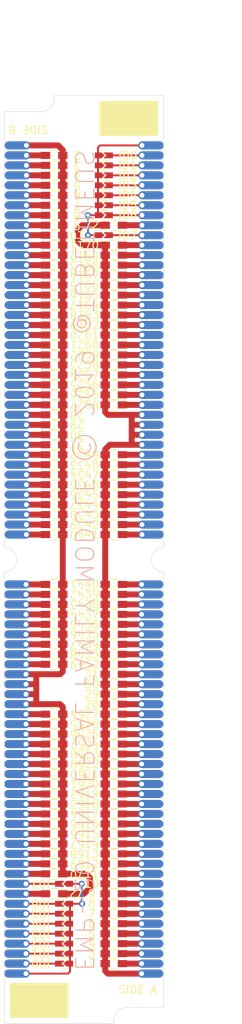
<source format=kicad_pcb>
(kicad_pcb (version 20171130) (host pcbnew "(5.1.0)-1")
  (layers (0 F.Cu signal) (31 B.Cu signal) (34 B.Paste user hide) (35 F.Paste user hide) (36 B.SilkS user) (37 F.SilkS user) (38 B.Mask user) (39 F.Mask user) (44 Edge.Cuts user))
  (net 0 "")
  (net 1 "Net-(J1-Pad1)")
  (net 2 "Net-(J1-Pad2)")
  (net 3 "Net-(J1-Pad3)")
  (net 4 "Net-(J1-Pad4)")
  (net 5 "Net-(J1-Pad5)")
  (net 6 "Net-(J1-Pad6)")
  (net 7 "Net-(J1-Pad7)")
  (net 8 "Net-(J1-Pad8)")
  (net 9 "Net-(J1-Pad9)")
  (net 10 "Net-(J1-Pad10)")
  (net 11 "Net-(J1-Pad11)")
  (net 12 "Net-(J1-Pad12)")
  (net 13 "Net-(J1-Pad13)")
  (net 14 "Net-(J1-Pad14)")
  (net 15 "Net-(J1-Pad15)")
  (net 16 "Net-(J1-Pad16)")
  (net 17 "Net-(J1-Pad17)")
  (net 18 "Net-(J1-Pad18)")
  (net 19 "Net-(J1-Pad19)")
  (net 20 "Net-(J1-Pad20)")
  (net 21 "Net-(J1-Pad21)")
  (net 22 "Net-(J1-Pad22)")
  (net 23 "Net-(J1-Pad23)")
  (net 24 "Net-(J1-Pad24)")
  (net 25 "Net-(J1-Pad25)")
  (net 26 "Net-(J1-Pad26)")
  (net 27 "Net-(J1-Pad27)")
  (net 28 "Net-(J1-Pad28)")
  (net 29 "Net-(J1-Pad29)")
  (net 30 "Net-(J1-Pad30)")
  (net 31 "Net-(J1-Pad31)")
  (net 32 "Net-(J1-Pad32)")
  (net 33 "Net-(J1-Pad33)")
  (net 34 "Net-(J1-Pad34)")
  (net 35 "Net-(J1-Pad35)")
  (net 36 "Net-(J1-Pad36)")
  (net 37 "Net-(J1-Pad37)")
  (net 38 "Net-(J1-Pad38)")
  (net 39 "Net-(J1-Pad39)")
  (net 40 "Net-(J1-Pad40)")
  (net 41 "Net-(J1-Pad41)")
  (net 42 "Net-(J1-Pad42)")
  (net 43 "Net-(J1-Pad43)")
  (net 44 "Net-(J1-Pad44)")
  (net 45 "Net-(J1-Pad45)")
  (net 46 "Net-(J1-Pad46)")
  (net 47 "Net-(J1-Pad47)")
  (net 48 "Net-(J1-Pad48)")
  (net 49 "Net-(J1-Pad49)")
  (net 50 "Net-(J1-Pad54)")
  (net 51 "Net-(J1-Pad55)")
  (net 52 "Net-(J1-Pad56)")
  (net 53 "Net-(J1-Pad57)")
  (net 54 "Net-(J1-Pad58)")
  (net 55 "Net-(J1-Pad59)")
  (net 56 "Net-(J1-Pad60)")
  (net 57 "Net-(J1-Pad61)")
  (net 58 "Net-(J1-Pad62)")
  (net 59 "Net-(J1-Pad63)")
  (net 60 "Net-(J1-Pad64)")
  (net 61 "Net-(J1-Pad65)")
  (net 62 "Net-(J1-Pad66)")
  (net 63 "Net-(J1-Pad67)")
  (net 64 "Net-(J1-Pad68)")
  (net 65 "Net-(J1-Pad69)")
  (net 66 "Net-(J1-Pad70)")
  (net 67 "Net-(J1-Pad71)")
  (net 68 "Net-(J1-Pad72)")
  (net 69 "Net-(J1-Pad73)")
  (net 70 "Net-(J1-Pad74)")
  (net 71 "Net-(J1-Pad75)")
  (net 72 "Net-(J1-Pad76)")
  (net 73 "Net-(J1-Pad77)")
  (net 74 "Net-(J1-Pad78)")
  (net 75 "Net-(J1-Pad79)")
  (net 76 "Net-(J1-Pad80)")
  (net 77 "Net-(J2-Pad80)")
  (net 78 "Net-(J2-Pad79)")
  (net 79 "Net-(J2-Pad78)")
  (net 80 "Net-(J2-Pad77)")
  (net 81 "Net-(J2-Pad76)")
  (net 82 "Net-(J2-Pad75)")
  (net 83 "Net-(J2-Pad74)")
  (net 84 "Net-(J2-Pad73)")
  (net 85 "Net-(J2-Pad72)")
  (net 86 "Net-(J2-Pad71)")
  (net 87 "Net-(J2-Pad70)")
  (net 88 "Net-(J2-Pad69)")
  (net 89 "Net-(J2-Pad68)")
  (net 90 "Net-(J2-Pad67)")
  (net 91 "Net-(J2-Pad66)")
  (net 92 "Net-(J2-Pad65)")
  (net 93 "Net-(J2-Pad64)")
  (net 94 "Net-(J2-Pad63)")
  (net 95 "Net-(J2-Pad62)")
  (net 96 "Net-(J2-Pad61)")
  (net 97 "Net-(J2-Pad60)")
  (net 98 "Net-(J2-Pad59)")
  (net 99 "Net-(J2-Pad58)")
  (net 100 "Net-(J2-Pad57)")
  (net 101 "Net-(J2-Pad56)")
  (net 102 "Net-(J2-Pad55)")
  (net 103 "Net-(J2-Pad54)")
  (net 104 "Net-(J2-Pad1)")
  (net 105 "Net-(J2-Pad49)")
  (net 106 "Net-(J2-Pad48)")
  (net 107 "Net-(J2-Pad47)")
  (net 108 "Net-(J2-Pad46)")
  (net 109 "Net-(J2-Pad45)")
  (net 110 "Net-(J2-Pad44)")
  (net 111 "Net-(J2-Pad43)")
  (net 112 "Net-(J2-Pad42)")
  (net 113 "Net-(J2-Pad41)")
  (net 114 "Net-(J2-Pad40)")
  (net 115 "Net-(J2-Pad39)")
  (net 116 "Net-(J2-Pad38)")
  (net 117 "Net-(J2-Pad37)")
  (net 118 "Net-(J2-Pad36)")
  (net 119 "Net-(J2-Pad35)")
  (net 120 "Net-(J2-Pad34)")
  (net 121 "Net-(J2-Pad33)")
  (net 122 "Net-(J2-Pad32)")
  (net 123 "Net-(J2-Pad31)")
  (net 124 "Net-(J2-Pad30)")
  (net 125 "Net-(J2-Pad29)")
  (net 126 "Net-(J2-Pad28)")
  (net 127 "Net-(J2-Pad27)")
  (net 128 "Net-(J2-Pad26)")
  (net 129 "Net-(J2-Pad25)")
  (net 130 "Net-(J2-Pad24)")
  (net 131 "Net-(J2-Pad23)")
  (net 132 "Net-(J2-Pad22)")
  (net 133 "Net-(J2-Pad21)")
  (net 134 "Net-(J2-Pad20)")
  (net 135 "Net-(J2-Pad19)")
  (net 136 "Net-(J2-Pad18)")
  (net 137 "Net-(J2-Pad17)")
  (net 138 "Net-(J2-Pad16)")
  (net 139 "Net-(J2-Pad15)")
  (net 140 "Net-(J2-Pad14)")
  (net 141 "Net-(J2-Pad13)")
  (net 142 "Net-(J2-Pad12)")
  (net 143 "Net-(J2-Pad11)")
  (net 144 "Net-(J2-Pad10)")
  (net 145 "Net-(J2-Pad9)")
  (net 146 "Net-(J2-Pad8)")
  (net 147 "Net-(J2-Pad7)")
  (net 148 "Net-(J2-Pad6)")
  (net 149 "Net-(J2-Pad5)")
  (net 150 "Net-(J2-Pad4)")
  (net 151 "Net-(J2-Pad3)")
  (net 152 "Net-(J2-Pad2)")
  (module Conn:EDGE_DIMM_80_127 (layer F.Cu) (at 148.082 149.86)
    (fp_text reference J1 hide)
    (fp_text value "SIDE A" (at -0.508 2.032 unlocked) (layer F.SilkS))
    (pad 80 thru_hole oval (at 0.0508 -105.41) (size 3.2512 1.0414) (drill 0.6096 (offset 1.143 0)) (layers *.Cu *.Mask) (net 76 "Net-(J1-Pad80)"))
    (pad 79 thru_hole oval (at 0.0508 -104.14) (size 3.2512 1.0414) (drill 0.6096 (offset 1.143 0)) (layers *.Cu *.Mask) (net 75 "Net-(J1-Pad79)"))
    (pad 78 thru_hole oval (at 0.0508 -102.87) (size 3.2512 1.0414) (drill 0.6096 (offset 1.143 0)) (layers *.Cu *.Mask) (net 74 "Net-(J1-Pad78)"))
    (pad 77 thru_hole oval (at 0.0508 -101.6) (size 3.2512 1.0414) (drill 0.6096 (offset 1.143 0)) (layers *.Cu *.Mask) (net 73 "Net-(J1-Pad77)"))
    (pad 76 thru_hole oval (at 0.0508 -100.33) (size 3.2512 1.0414) (drill 0.6096 (offset 1.143 0)) (layers *.Cu *.Mask) (net 72 "Net-(J1-Pad76)"))
    (pad 75 thru_hole oval (at 0.0508 -99.06) (size 3.2512 1.0414) (drill 0.6096 (offset 1.143 0)) (layers *.Cu *.Mask) (net 71 "Net-(J1-Pad75)"))
    (pad 74 thru_hole oval (at 0.0508 -97.79) (size 3.2512 1.0414) (drill 0.6096 (offset 1.143 0)) (layers *.Cu *.Mask) (net 70 "Net-(J1-Pad74)"))
    (pad 73 thru_hole oval (at 0.0508 -96.52) (size 3.2512 1.0414) (drill 0.6096 (offset 1.143 0)) (layers *.Cu *.Mask) (net 69 "Net-(J1-Pad73)"))
    (pad 72 thru_hole oval (at 0.0508 -95.25) (size 3.2512 1.0414) (drill 0.6096 (offset 1.143 0)) (layers *.Cu *.Mask) (net 68 "Net-(J1-Pad72)"))
    (pad 71 thru_hole oval (at 0.0508 -93.98) (size 3.2512 1.0414) (drill 0.6096 (offset 1.143 0)) (layers *.Cu *.Mask) (net 67 "Net-(J1-Pad71)"))
    (pad 70 thru_hole oval (at 0.0508 -92.71) (size 3.2512 1.0414) (drill 0.6096 (offset 1.143 0)) (layers *.Cu *.Mask) (net 66 "Net-(J1-Pad70)"))
    (pad 69 thru_hole oval (at 0.0508 -91.44) (size 3.2512 1.0414) (drill 0.6096 (offset 1.143 0)) (layers *.Cu *.Mask) (net 65 "Net-(J1-Pad69)"))
    (pad 68 thru_hole oval (at 0.0508 -90.17) (size 3.2512 1.0414) (drill 0.6096 (offset 1.143 0)) (layers *.Cu *.Mask) (net 64 "Net-(J1-Pad68)"))
    (pad 67 thru_hole oval (at 0.0508 -88.9) (size 3.2512 1.0414) (drill 0.6096 (offset 1.143 0)) (layers *.Cu *.Mask) (net 63 "Net-(J1-Pad67)"))
    (pad 66 thru_hole oval (at 0.0508 -87.63) (size 3.2512 1.0414) (drill 0.6096 (offset 1.143 0)) (layers *.Cu *.Mask) (net 62 "Net-(J1-Pad66)"))
    (pad 65 thru_hole oval (at 0.0508 -86.36) (size 3.2512 1.0414) (drill 0.6096 (offset 1.143 0)) (layers *.Cu *.Mask) (net 61 "Net-(J1-Pad65)"))
    (pad 64 thru_hole oval (at 0.0508 -85.09) (size 3.2512 1.0414) (drill 0.6096 (offset 1.143 0)) (layers *.Cu *.Mask) (net 60 "Net-(J1-Pad64)"))
    (pad 63 thru_hole oval (at 0.0508 -83.82) (size 3.2512 1.0414) (drill 0.6096 (offset 1.143 0)) (layers *.Cu *.Mask) (net 59 "Net-(J1-Pad63)"))
    (pad 62 thru_hole oval (at 0.0508 -82.55) (size 3.2512 1.0414) (drill 0.6096 (offset 1.143 0)) (layers *.Cu *.Mask) (net 58 "Net-(J1-Pad62)"))
    (pad 61 thru_hole oval (at 0.0508 -81.28) (size 3.2512 1.0414) (drill 0.6096 (offset 1.143 0)) (layers *.Cu *.Mask) (net 57 "Net-(J1-Pad61)"))
    (pad 60 thru_hole oval (at 0.0508 -80.01) (size 3.2512 1.0414) (drill 0.6096 (offset 1.143 0)) (layers *.Cu *.Mask) (net 56 "Net-(J1-Pad60)"))
    (pad 59 thru_hole oval (at 0.0508 -78.74) (size 3.2512 1.0414) (drill 0.6096 (offset 1.143 0)) (layers *.Cu *.Mask) (net 55 "Net-(J1-Pad59)"))
    (pad 58 thru_hole oval (at 0.0508 -77.47) (size 3.2512 1.0414) (drill 0.6096 (offset 1.143 0)) (layers *.Cu *.Mask) (net 54 "Net-(J1-Pad58)"))
    (pad 57 thru_hole oval (at 0.0508 -76.2) (size 3.2512 1.0414) (drill 0.6096 (offset 1.143 0)) (layers *.Cu *.Mask) (net 53 "Net-(J1-Pad57)"))
    (pad 56 thru_hole oval (at 0.0508 -74.93) (size 3.2512 1.0414) (drill 0.6096 (offset 1.143 0)) (layers *.Cu *.Mask) (net 52 "Net-(J1-Pad56)"))
    (pad 55 thru_hole oval (at 0.0508 -73.66) (size 3.2512 1.0414) (drill 0.6096 (offset 1.143 0)) (layers *.Cu *.Mask) (net 51 "Net-(J1-Pad55)"))
    (pad 54 thru_hole oval (at 0.0508 -72.39) (size 3.2512 1.0414) (drill 0.6096 (offset 1.143 0)) (layers *.Cu *.Mask) (net 50 "Net-(J1-Pad54)"))
    (pad 53 thru_hole oval (at 0.0508 -71.12) (size 3.2512 1.0414) (drill 0.6096 (offset 1.143 0)) (layers *.Cu *.Mask) (net 1 "Net-(J1-Pad1)"))
    (pad 52 thru_hole oval (at 0.0508 -69.85) (size 3.2512 1.0414) (drill 0.6096 (offset 1.143 0)) (layers *.Cu *.Mask) (net 1 "Net-(J1-Pad1)"))
    (pad 51 thru_hole oval (at 0.0508 -68.58) (size 3.2512 1.0414) (drill 0.6096 (offset 1.143 0)) (layers *.Cu *.Mask) (net 1 "Net-(J1-Pad1)"))
    (pad 50 thru_hole oval (at 0.0508 -67.31) (size 3.2512 1.0414) (drill 0.6096 (offset 1.143 0)) (layers *.Cu *.Mask) (net 1 "Net-(J1-Pad1)"))
    (pad 49 thru_hole oval (at 0.0508 -66.04) (size 3.2512 1.0414) (drill 0.6096 (offset 1.143 0)) (layers *.Cu *.Mask) (net 49 "Net-(J1-Pad49)"))
    (pad 48 thru_hole oval (at 0.0508 -64.77) (size 3.2512 1.0414) (drill 0.6096 (offset 1.143 0)) (layers *.Cu *.Mask) (net 48 "Net-(J1-Pad48)"))
    (pad 47 thru_hole oval (at 0.0508 -63.5) (size 3.2512 1.0414) (drill 0.6096 (offset 1.143 0)) (layers *.Cu *.Mask) (net 47 "Net-(J1-Pad47)"))
    (pad 46 thru_hole oval (at 0.0508 -62.23) (size 3.2512 1.0414) (drill 0.6096 (offset 1.143 0)) (layers *.Cu *.Mask) (net 46 "Net-(J1-Pad46)"))
    (pad 45 thru_hole oval (at 0.0508 -60.96) (size 3.2512 1.0414) (drill 0.6096 (offset 1.143 0)) (layers *.Cu *.Mask) (net 45 "Net-(J1-Pad45)"))
    (pad 44 thru_hole oval (at 0.0508 -59.69) (size 3.2512 1.0414) (drill 0.6096 (offset 1.143 0)) (layers *.Cu *.Mask) (net 44 "Net-(J1-Pad44)"))
    (pad 43 thru_hole oval (at 0.0508 -58.42) (size 3.2512 1.0414) (drill 0.6096 (offset 1.143 0)) (layers *.Cu *.Mask) (net 43 "Net-(J1-Pad43)"))
    (pad 42 thru_hole oval (at 0.0508 -57.15) (size 3.2512 1.0414) (drill 0.6096 (offset 1.143 0)) (layers *.Cu *.Mask) (net 42 "Net-(J1-Pad42)"))
    (pad 41 thru_hole oval (at 0.0508 -55.88) (size 3.2512 1.0414) (drill 0.6096 (offset 1.143 0)) (layers *.Cu *.Mask) (net 41 "Net-(J1-Pad41)"))
    (pad 40 thru_hole oval (at 0 -49.53) (size 3.2512 1.0414) (drill 0.6096 (offset 1.143 0)) (layers *.Cu *.Mask) (net 40 "Net-(J1-Pad40)"))
    (pad 39 thru_hole oval (at 0 -48.26) (size 3.2512 1.0414) (drill 0.6096 (offset 1.143 0)) (layers *.Cu *.Mask) (net 39 "Net-(J1-Pad39)"))
    (pad 38 thru_hole oval (at 0 -46.99) (size 3.2512 1.0414) (drill 0.6096 (offset 1.143 0)) (layers *.Cu *.Mask) (net 38 "Net-(J1-Pad38)"))
    (pad 37 thru_hole oval (at 0 -45.72) (size 3.2512 1.0414) (drill 0.6096 (offset 1.143 0)) (layers *.Cu *.Mask) (net 37 "Net-(J1-Pad37)"))
    (pad 36 thru_hole oval (at 0 -44.45) (size 3.2512 1.0414) (drill 0.6096 (offset 1.143 0)) (layers *.Cu *.Mask) (net 36 "Net-(J1-Pad36)"))
    (pad 35 thru_hole oval (at 0 -43.18) (size 3.2512 1.0414) (drill 0.6096 (offset 1.143 0)) (layers *.Cu *.Mask) (net 35 "Net-(J1-Pad35)"))
    (pad 34 thru_hole oval (at 0 -41.91) (size 3.2512 1.0414) (drill 0.6096 (offset 1.143 0)) (layers *.Cu *.Mask) (net 34 "Net-(J1-Pad34)"))
    (pad 33 thru_hole oval (at 0 -40.64) (size 3.2512 1.0414) (drill 0.6096 (offset 1.143 0)) (layers *.Cu *.Mask) (net 33 "Net-(J1-Pad33)"))
    (pad 32 thru_hole oval (at 0 -39.37) (size 3.2512 1.0414) (drill 0.6096 (offset 1.143 0)) (layers *.Cu *.Mask) (net 32 "Net-(J1-Pad32)"))
    (pad 31 thru_hole oval (at 0 -38.1) (size 3.2512 1.0414) (drill 0.6096 (offset 1.143 0)) (layers *.Cu *.Mask) (net 31 "Net-(J1-Pad31)"))
    (pad 30 thru_hole oval (at 0 -36.83) (size 3.2512 1.0414) (drill 0.6096 (offset 1.143 0)) (layers *.Cu *.Mask) (net 30 "Net-(J1-Pad30)"))
    (pad 29 thru_hole oval (at 0 -35.56) (size 3.2512 1.0414) (drill 0.6096 (offset 1.143 0)) (layers *.Cu *.Mask) (net 29 "Net-(J1-Pad29)"))
    (pad 28 thru_hole oval (at 0 -34.29) (size 3.2512 1.0414) (drill 0.6096 (offset 1.143 0)) (layers *.Cu *.Mask) (net 28 "Net-(J1-Pad28)"))
    (pad 27 thru_hole oval (at 0 -33.02) (size 3.2512 1.0414) (drill 0.6096 (offset 1.143 0)) (layers *.Cu *.Mask) (net 27 "Net-(J1-Pad27)"))
    (pad 26 thru_hole oval (at 0 -31.75) (size 3.2512 1.0414) (drill 0.6096 (offset 1.143 0)) (layers *.Cu *.Mask) (net 26 "Net-(J1-Pad26)"))
    (pad 25 thru_hole oval (at 0 -30.48) (size 3.2512 1.0414) (drill 0.6096 (offset 1.143 0)) (layers *.Cu *.Mask) (net 25 "Net-(J1-Pad25)"))
    (pad 24 thru_hole oval (at 0 -29.21) (size 3.2512 1.0414) (drill 0.6096 (offset 1.143 0)) (layers *.Cu *.Mask) (net 24 "Net-(J1-Pad24)"))
    (pad 23 thru_hole oval (at 0 -27.94) (size 3.2512 1.0414) (drill 0.6096 (offset 1.143 0)) (layers *.Cu *.Mask) (net 23 "Net-(J1-Pad23)"))
    (pad 22 thru_hole oval (at 0 -26.67) (size 3.2512 1.0414) (drill 0.6096 (offset 1.143 0)) (layers *.Cu *.Mask) (net 22 "Net-(J1-Pad22)"))
    (pad 21 thru_hole oval (at 0 -25.4) (size 3.2512 1.0414) (drill 0.6096 (offset 1.143 0)) (layers *.Cu *.Mask) (net 21 "Net-(J1-Pad21)"))
    (pad 20 thru_hole oval (at 0 -24.13) (size 3.2512 1.0414) (drill 0.6096 (offset 1.143 0)) (layers *.Cu *.Mask) (net 20 "Net-(J1-Pad20)"))
    (pad 19 thru_hole oval (at 0 -22.86) (size 3.2512 1.0414) (drill 0.6096 (offset 1.143 0)) (layers *.Cu *.Mask) (net 19 "Net-(J1-Pad19)"))
    (pad 18 thru_hole oval (at 0 -21.59) (size 3.2512 1.0414) (drill 0.6096 (offset 1.143 0)) (layers *.Cu *.Mask) (net 18 "Net-(J1-Pad18)"))
    (pad 17 thru_hole oval (at 0 -20.32) (size 3.2512 1.0414) (drill 0.6096 (offset 1.143 0)) (layers *.Cu *.Mask) (net 17 "Net-(J1-Pad17)"))
    (pad 16 thru_hole oval (at 0 -19.05) (size 3.2512 1.0414) (drill 0.6096 (offset 1.143 0)) (layers *.Cu *.Mask) (net 16 "Net-(J1-Pad16)"))
    (pad 15 thru_hole oval (at 0 -17.78) (size 3.2512 1.0414) (drill 0.6096 (offset 1.143 0)) (layers *.Cu *.Mask) (net 15 "Net-(J1-Pad15)"))
    (pad 14 thru_hole oval (at 0 -16.51) (size 3.2512 1.0414) (drill 0.6096 (offset 1.143 0)) (layers *.Cu *.Mask) (net 14 "Net-(J1-Pad14)"))
    (pad 13 thru_hole oval (at 0 -15.24) (size 3.2512 1.0414) (drill 0.6096 (offset 1.143 0)) (layers *.Cu *.Mask) (net 13 "Net-(J1-Pad13)"))
    (pad 12 thru_hole oval (at 0 -13.97) (size 3.2512 1.0414) (drill 0.6096 (offset 1.143 0)) (layers *.Cu *.Mask) (net 12 "Net-(J1-Pad12)"))
    (pad 11 thru_hole oval (at 0 -12.7) (size 3.2512 1.0414) (drill 0.6096 (offset 1.143 0)) (layers *.Cu *.Mask) (net 11 "Net-(J1-Pad11)"))
    (pad 10 thru_hole oval (at 0 -11.43) (size 3.2512 1.0414) (drill 0.6096 (offset 1.143 0)) (layers *.Cu *.Mask) (net 10 "Net-(J1-Pad10)"))
    (pad 9 thru_hole oval (at 0 -10.16) (size 3.2512 1.0414) (drill 0.6096 (offset 1.143 0)) (layers *.Cu *.Mask) (net 9 "Net-(J1-Pad9)"))
    (pad 8 thru_hole oval (at 0 -8.89) (size 3.2512 1.0414) (drill 0.6096 (offset 1.143 0)) (layers *.Cu *.Mask) (net 8 "Net-(J1-Pad8)"))
    (pad 7 thru_hole oval (at 0 -7.62) (size 3.2512 1.0414) (drill 0.6096 (offset 1.143 0)) (layers *.Cu *.Mask) (net 7 "Net-(J1-Pad7)"))
    (pad 6 thru_hole oval (at 0 -6.35) (size 3.2512 1.0414) (drill 0.6096 (offset 1.143 0)) (layers *.Cu *.Mask) (net 6 "Net-(J1-Pad6)"))
    (pad 5 thru_hole oval (at 0 -5.08) (size 3.2512 1.0414) (drill 0.6096 (offset 1.143 0)) (layers *.Cu *.Mask) (net 5 "Net-(J1-Pad5)"))
    (pad 4 thru_hole oval (at 0 -3.81) (size 3.2512 1.0414) (drill 0.6096 (offset 1.143 0)) (layers *.Cu *.Mask) (net 4 "Net-(J1-Pad4)"))
    (pad 3 thru_hole oval (at 0 -2.54) (size 3.2512 1.0414) (drill 0.6096 (offset 1.143 0)) (layers *.Cu *.Mask) (net 3 "Net-(J1-Pad3)"))
    (pad 2 thru_hole oval (at 0 -1.27) (size 3.2512 1.0414) (drill 0.6096 (offset 1.143 0)) (layers *.Cu *.Mask) (net 2 "Net-(J1-Pad2)"))
    (pad 1 thru_hole oval (at 0 0) (size 3.2512 1.0414) (drill 0.6096 (offset 1.143 0)) (layers *.Cu *.Mask) (net 1 "Net-(J1-Pad1)"))
  )
  (module Conn:EDGE_DIMM_80_127 (layer F.Cu) (at 133.35 44.45 180)
    (fp_text reference J2 hide)
    (fp_text value "SIDE B" (at -0.254 2.032 180 unlocked) (layer F.SilkS))
    (pad 80 thru_hole oval (at 0.0508 -105.41 180) (size 3.2512 1.0414) (drill 0.6096 (offset 1.143 0)) (layers *.Cu *.Mask) (net 77 "Net-(J2-Pad80)"))
    (pad 79 thru_hole oval (at 0.0508 -104.14 180) (size 3.2512 1.0414) (drill 0.6096 (offset 1.143 0)) (layers *.Cu *.Mask) (net 78 "Net-(J2-Pad79)"))
    (pad 78 thru_hole oval (at 0.0508 -102.87 180) (size 3.2512 1.0414) (drill 0.6096 (offset 1.143 0)) (layers *.Cu *.Mask) (net 79 "Net-(J2-Pad78)"))
    (pad 77 thru_hole oval (at 0.0508 -101.6 180) (size 3.2512 1.0414) (drill 0.6096 (offset 1.143 0)) (layers *.Cu *.Mask) (net 80 "Net-(J2-Pad77)"))
    (pad 76 thru_hole oval (at 0.0508 -100.33 180) (size 3.2512 1.0414) (drill 0.6096 (offset 1.143 0)) (layers *.Cu *.Mask) (net 81 "Net-(J2-Pad76)"))
    (pad 75 thru_hole oval (at 0.0508 -99.06 180) (size 3.2512 1.0414) (drill 0.6096 (offset 1.143 0)) (layers *.Cu *.Mask) (net 82 "Net-(J2-Pad75)"))
    (pad 74 thru_hole oval (at 0.0508 -97.79 180) (size 3.2512 1.0414) (drill 0.6096 (offset 1.143 0)) (layers *.Cu *.Mask) (net 83 "Net-(J2-Pad74)"))
    (pad 73 thru_hole oval (at 0.0508 -96.52 180) (size 3.2512 1.0414) (drill 0.6096 (offset 1.143 0)) (layers *.Cu *.Mask) (net 84 "Net-(J2-Pad73)"))
    (pad 72 thru_hole oval (at 0.0508 -95.25 180) (size 3.2512 1.0414) (drill 0.6096 (offset 1.143 0)) (layers *.Cu *.Mask) (net 85 "Net-(J2-Pad72)"))
    (pad 71 thru_hole oval (at 0.0508 -93.98 180) (size 3.2512 1.0414) (drill 0.6096 (offset 1.143 0)) (layers *.Cu *.Mask) (net 86 "Net-(J2-Pad71)"))
    (pad 70 thru_hole oval (at 0.0508 -92.71 180) (size 3.2512 1.0414) (drill 0.6096 (offset 1.143 0)) (layers *.Cu *.Mask) (net 87 "Net-(J2-Pad70)"))
    (pad 69 thru_hole oval (at 0.0508 -91.44 180) (size 3.2512 1.0414) (drill 0.6096 (offset 1.143 0)) (layers *.Cu *.Mask) (net 88 "Net-(J2-Pad69)"))
    (pad 68 thru_hole oval (at 0.0508 -90.17 180) (size 3.2512 1.0414) (drill 0.6096 (offset 1.143 0)) (layers *.Cu *.Mask) (net 89 "Net-(J2-Pad68)"))
    (pad 67 thru_hole oval (at 0.0508 -88.9 180) (size 3.2512 1.0414) (drill 0.6096 (offset 1.143 0)) (layers *.Cu *.Mask) (net 90 "Net-(J2-Pad67)"))
    (pad 66 thru_hole oval (at 0.0508 -87.63 180) (size 3.2512 1.0414) (drill 0.6096 (offset 1.143 0)) (layers *.Cu *.Mask) (net 91 "Net-(J2-Pad66)"))
    (pad 65 thru_hole oval (at 0.0508 -86.36 180) (size 3.2512 1.0414) (drill 0.6096 (offset 1.143 0)) (layers *.Cu *.Mask) (net 92 "Net-(J2-Pad65)"))
    (pad 64 thru_hole oval (at 0.0508 -85.09 180) (size 3.2512 1.0414) (drill 0.6096 (offset 1.143 0)) (layers *.Cu *.Mask) (net 93 "Net-(J2-Pad64)"))
    (pad 63 thru_hole oval (at 0.0508 -83.82 180) (size 3.2512 1.0414) (drill 0.6096 (offset 1.143 0)) (layers *.Cu *.Mask) (net 94 "Net-(J2-Pad63)"))
    (pad 62 thru_hole oval (at 0.0508 -82.55 180) (size 3.2512 1.0414) (drill 0.6096 (offset 1.143 0)) (layers *.Cu *.Mask) (net 95 "Net-(J2-Pad62)"))
    (pad 61 thru_hole oval (at 0.0508 -81.28 180) (size 3.2512 1.0414) (drill 0.6096 (offset 1.143 0)) (layers *.Cu *.Mask) (net 96 "Net-(J2-Pad61)"))
    (pad 60 thru_hole oval (at 0.0508 -80.01 180) (size 3.2512 1.0414) (drill 0.6096 (offset 1.143 0)) (layers *.Cu *.Mask) (net 97 "Net-(J2-Pad60)"))
    (pad 59 thru_hole oval (at 0.0508 -78.74 180) (size 3.2512 1.0414) (drill 0.6096 (offset 1.143 0)) (layers *.Cu *.Mask) (net 98 "Net-(J2-Pad59)"))
    (pad 58 thru_hole oval (at 0.0508 -77.47 180) (size 3.2512 1.0414) (drill 0.6096 (offset 1.143 0)) (layers *.Cu *.Mask) (net 99 "Net-(J2-Pad58)"))
    (pad 57 thru_hole oval (at 0.0508 -76.2 180) (size 3.2512 1.0414) (drill 0.6096 (offset 1.143 0)) (layers *.Cu *.Mask) (net 100 "Net-(J2-Pad57)"))
    (pad 56 thru_hole oval (at 0.0508 -74.93 180) (size 3.2512 1.0414) (drill 0.6096 (offset 1.143 0)) (layers *.Cu *.Mask) (net 101 "Net-(J2-Pad56)"))
    (pad 55 thru_hole oval (at 0.0508 -73.66 180) (size 3.2512 1.0414) (drill 0.6096 (offset 1.143 0)) (layers *.Cu *.Mask) (net 102 "Net-(J2-Pad55)"))
    (pad 54 thru_hole oval (at 0.0508 -72.39 180) (size 3.2512 1.0414) (drill 0.6096 (offset 1.143 0)) (layers *.Cu *.Mask) (net 103 "Net-(J2-Pad54)"))
    (pad 53 thru_hole oval (at 0.0508 -71.12 180) (size 3.2512 1.0414) (drill 0.6096 (offset 1.143 0)) (layers *.Cu *.Mask) (net 104 "Net-(J2-Pad1)"))
    (pad 52 thru_hole oval (at 0.0508 -69.85 180) (size 3.2512 1.0414) (drill 0.6096 (offset 1.143 0)) (layers *.Cu *.Mask) (net 104 "Net-(J2-Pad1)"))
    (pad 51 thru_hole oval (at 0.0508 -68.58 180) (size 3.2512 1.0414) (drill 0.6096 (offset 1.143 0)) (layers *.Cu *.Mask) (net 104 "Net-(J2-Pad1)"))
    (pad 50 thru_hole oval (at 0.0508 -67.31 180) (size 3.2512 1.0414) (drill 0.6096 (offset 1.143 0)) (layers *.Cu *.Mask) (net 104 "Net-(J2-Pad1)"))
    (pad 49 thru_hole oval (at 0.0508 -66.04 180) (size 3.2512 1.0414) (drill 0.6096 (offset 1.143 0)) (layers *.Cu *.Mask) (net 105 "Net-(J2-Pad49)"))
    (pad 48 thru_hole oval (at 0.0508 -64.77 180) (size 3.2512 1.0414) (drill 0.6096 (offset 1.143 0)) (layers *.Cu *.Mask) (net 106 "Net-(J2-Pad48)"))
    (pad 47 thru_hole oval (at 0.0508 -63.5 180) (size 3.2512 1.0414) (drill 0.6096 (offset 1.143 0)) (layers *.Cu *.Mask) (net 107 "Net-(J2-Pad47)"))
    (pad 46 thru_hole oval (at 0.0508 -62.23 180) (size 3.2512 1.0414) (drill 0.6096 (offset 1.143 0)) (layers *.Cu *.Mask) (net 108 "Net-(J2-Pad46)"))
    (pad 45 thru_hole oval (at 0.0508 -60.96 180) (size 3.2512 1.0414) (drill 0.6096 (offset 1.143 0)) (layers *.Cu *.Mask) (net 109 "Net-(J2-Pad45)"))
    (pad 44 thru_hole oval (at 0.0508 -59.69 180) (size 3.2512 1.0414) (drill 0.6096 (offset 1.143 0)) (layers *.Cu *.Mask) (net 110 "Net-(J2-Pad44)"))
    (pad 43 thru_hole oval (at 0.0508 -58.42 180) (size 3.2512 1.0414) (drill 0.6096 (offset 1.143 0)) (layers *.Cu *.Mask) (net 111 "Net-(J2-Pad43)"))
    (pad 42 thru_hole oval (at 0.0508 -57.15 180) (size 3.2512 1.0414) (drill 0.6096 (offset 1.143 0)) (layers *.Cu *.Mask) (net 112 "Net-(J2-Pad42)"))
    (pad 41 thru_hole oval (at 0.0508 -55.88 180) (size 3.2512 1.0414) (drill 0.6096 (offset 1.143 0)) (layers *.Cu *.Mask) (net 113 "Net-(J2-Pad41)"))
    (pad 40 thru_hole oval (at 0 -49.53 180) (size 3.2512 1.0414) (drill 0.6096 (offset 1.143 0)) (layers *.Cu *.Mask) (net 114 "Net-(J2-Pad40)"))
    (pad 39 thru_hole oval (at 0 -48.26 180) (size 3.2512 1.0414) (drill 0.6096 (offset 1.143 0)) (layers *.Cu *.Mask) (net 115 "Net-(J2-Pad39)"))
    (pad 38 thru_hole oval (at 0 -46.99 180) (size 3.2512 1.0414) (drill 0.6096 (offset 1.143 0)) (layers *.Cu *.Mask) (net 116 "Net-(J2-Pad38)"))
    (pad 37 thru_hole oval (at 0 -45.72 180) (size 3.2512 1.0414) (drill 0.6096 (offset 1.143 0)) (layers *.Cu *.Mask) (net 117 "Net-(J2-Pad37)"))
    (pad 36 thru_hole oval (at 0 -44.45 180) (size 3.2512 1.0414) (drill 0.6096 (offset 1.143 0)) (layers *.Cu *.Mask) (net 118 "Net-(J2-Pad36)"))
    (pad 35 thru_hole oval (at 0 -43.18 180) (size 3.2512 1.0414) (drill 0.6096 (offset 1.143 0)) (layers *.Cu *.Mask) (net 119 "Net-(J2-Pad35)"))
    (pad 34 thru_hole oval (at 0 -41.91 180) (size 3.2512 1.0414) (drill 0.6096 (offset 1.143 0)) (layers *.Cu *.Mask) (net 120 "Net-(J2-Pad34)"))
    (pad 33 thru_hole oval (at 0 -40.64 180) (size 3.2512 1.0414) (drill 0.6096 (offset 1.143 0)) (layers *.Cu *.Mask) (net 121 "Net-(J2-Pad33)"))
    (pad 32 thru_hole oval (at 0 -39.37 180) (size 3.2512 1.0414) (drill 0.6096 (offset 1.143 0)) (layers *.Cu *.Mask) (net 122 "Net-(J2-Pad32)"))
    (pad 31 thru_hole oval (at 0 -38.1 180) (size 3.2512 1.0414) (drill 0.6096 (offset 1.143 0)) (layers *.Cu *.Mask) (net 123 "Net-(J2-Pad31)"))
    (pad 30 thru_hole oval (at 0 -36.83 180) (size 3.2512 1.0414) (drill 0.6096 (offset 1.143 0)) (layers *.Cu *.Mask) (net 124 "Net-(J2-Pad30)"))
    (pad 29 thru_hole oval (at 0 -35.56 180) (size 3.2512 1.0414) (drill 0.6096 (offset 1.143 0)) (layers *.Cu *.Mask) (net 125 "Net-(J2-Pad29)"))
    (pad 28 thru_hole oval (at 0 -34.29 180) (size 3.2512 1.0414) (drill 0.6096 (offset 1.143 0)) (layers *.Cu *.Mask) (net 126 "Net-(J2-Pad28)"))
    (pad 27 thru_hole oval (at 0 -33.02 180) (size 3.2512 1.0414) (drill 0.6096 (offset 1.143 0)) (layers *.Cu *.Mask) (net 127 "Net-(J2-Pad27)"))
    (pad 26 thru_hole oval (at 0 -31.75 180) (size 3.2512 1.0414) (drill 0.6096 (offset 1.143 0)) (layers *.Cu *.Mask) (net 128 "Net-(J2-Pad26)"))
    (pad 25 thru_hole oval (at 0 -30.48 180) (size 3.2512 1.0414) (drill 0.6096 (offset 1.143 0)) (layers *.Cu *.Mask) (net 129 "Net-(J2-Pad25)"))
    (pad 24 thru_hole oval (at 0 -29.21 180) (size 3.2512 1.0414) (drill 0.6096 (offset 1.143 0)) (layers *.Cu *.Mask) (net 130 "Net-(J2-Pad24)"))
    (pad 23 thru_hole oval (at 0 -27.94 180) (size 3.2512 1.0414) (drill 0.6096 (offset 1.143 0)) (layers *.Cu *.Mask) (net 131 "Net-(J2-Pad23)"))
    (pad 22 thru_hole oval (at 0 -26.67 180) (size 3.2512 1.0414) (drill 0.6096 (offset 1.143 0)) (layers *.Cu *.Mask) (net 132 "Net-(J2-Pad22)"))
    (pad 21 thru_hole oval (at 0 -25.4 180) (size 3.2512 1.0414) (drill 0.6096 (offset 1.143 0)) (layers *.Cu *.Mask) (net 133 "Net-(J2-Pad21)"))
    (pad 20 thru_hole oval (at 0 -24.13 180) (size 3.2512 1.0414) (drill 0.6096 (offset 1.143 0)) (layers *.Cu *.Mask) (net 134 "Net-(J2-Pad20)"))
    (pad 19 thru_hole oval (at 0 -22.86 180) (size 3.2512 1.0414) (drill 0.6096 (offset 1.143 0)) (layers *.Cu *.Mask) (net 135 "Net-(J2-Pad19)"))
    (pad 18 thru_hole oval (at 0 -21.59 180) (size 3.2512 1.0414) (drill 0.6096 (offset 1.143 0)) (layers *.Cu *.Mask) (net 136 "Net-(J2-Pad18)"))
    (pad 17 thru_hole oval (at 0 -20.32 180) (size 3.2512 1.0414) (drill 0.6096 (offset 1.143 0)) (layers *.Cu *.Mask) (net 137 "Net-(J2-Pad17)"))
    (pad 16 thru_hole oval (at 0 -19.05 180) (size 3.2512 1.0414) (drill 0.6096 (offset 1.143 0)) (layers *.Cu *.Mask) (net 138 "Net-(J2-Pad16)"))
    (pad 15 thru_hole oval (at 0 -17.78 180) (size 3.2512 1.0414) (drill 0.6096 (offset 1.143 0)) (layers *.Cu *.Mask) (net 139 "Net-(J2-Pad15)"))
    (pad 14 thru_hole oval (at 0 -16.51 180) (size 3.2512 1.0414) (drill 0.6096 (offset 1.143 0)) (layers *.Cu *.Mask) (net 140 "Net-(J2-Pad14)"))
    (pad 13 thru_hole oval (at 0 -15.24 180) (size 3.2512 1.0414) (drill 0.6096 (offset 1.143 0)) (layers *.Cu *.Mask) (net 141 "Net-(J2-Pad13)"))
    (pad 12 thru_hole oval (at 0 -13.97 180) (size 3.2512 1.0414) (drill 0.6096 (offset 1.143 0)) (layers *.Cu *.Mask) (net 142 "Net-(J2-Pad12)"))
    (pad 11 thru_hole oval (at 0 -12.7 180) (size 3.2512 1.0414) (drill 0.6096 (offset 1.143 0)) (layers *.Cu *.Mask) (net 143 "Net-(J2-Pad11)"))
    (pad 10 thru_hole oval (at 0 -11.43 180) (size 3.2512 1.0414) (drill 0.6096 (offset 1.143 0)) (layers *.Cu *.Mask) (net 144 "Net-(J2-Pad10)"))
    (pad 9 thru_hole oval (at 0 -10.16 180) (size 3.2512 1.0414) (drill 0.6096 (offset 1.143 0)) (layers *.Cu *.Mask) (net 145 "Net-(J2-Pad9)"))
    (pad 8 thru_hole oval (at 0 -8.89 180) (size 3.2512 1.0414) (drill 0.6096 (offset 1.143 0)) (layers *.Cu *.Mask) (net 146 "Net-(J2-Pad8)"))
    (pad 7 thru_hole oval (at 0 -7.62 180) (size 3.2512 1.0414) (drill 0.6096 (offset 1.143 0)) (layers *.Cu *.Mask) (net 147 "Net-(J2-Pad7)"))
    (pad 6 thru_hole oval (at 0 -6.35 180) (size 3.2512 1.0414) (drill 0.6096 (offset 1.143 0)) (layers *.Cu *.Mask) (net 148 "Net-(J2-Pad6)"))
    (pad 5 thru_hole oval (at 0 -5.08 180) (size 3.2512 1.0414) (drill 0.6096 (offset 1.143 0)) (layers *.Cu *.Mask) (net 149 "Net-(J2-Pad5)"))
    (pad 4 thru_hole oval (at 0 -3.81 180) (size 3.2512 1.0414) (drill 0.6096 (offset 1.143 0)) (layers *.Cu *.Mask) (net 150 "Net-(J2-Pad4)"))
    (pad 3 thru_hole oval (at 0 -2.54 180) (size 3.2512 1.0414) (drill 0.6096 (offset 1.143 0)) (layers *.Cu *.Mask) (net 151 "Net-(J2-Pad3)"))
    (pad 2 thru_hole oval (at 0 -1.27 180) (size 3.2512 1.0414) (drill 0.6096 (offset 1.143 0)) (layers *.Cu *.Mask) (net 152 "Net-(J2-Pad2)"))
    (pad 1 thru_hole oval (at 0 0 180) (size 3.2512 1.0414) (drill 0.6096 (offset 1.143 0)) (layers *.Cu *.Mask) (net 104 "Net-(J2-Pad1)"))
  )
  (module Conn:JMP1608 (layer F.Cu) (at 143.256 45.72 180)
    (fp_text reference JP1 hide)
    (fp_text value ID0 (at -3.048 0 unlocked) (layer F.SilkS))
    (fp_poly (pts (xy 0.4572 -0.3556) (xy 0.3048 -0.3556) (xy -0.0762 0) (xy 0.3048 0.3556) (xy 0.4572 0.3556)) (layer F.Cu) (width 0.0381))
    (fp_poly (pts (xy -0.4826 -0.3556) (xy 0.0254 -0.3556) (xy -0.3556 0) (xy 0.0254 0.3556) (xy -0.4826 0.3556)) (layer F.Cu) (width 0.0381))
    (pad 1 smd custom (at -0.75 0 180) (size 0.8 0.75) (layers F.Cu F.Paste F.Mask) (net 75 "Net-(J1-Pad79)") (options (clearance outline) (anchor rect)) (primitives))
    (pad 2 smd custom (at 0.75 0 180) (size 0.8 0.75) (layers F.Cu F.Paste F.Mask) (net 76 "Net-(J1-Pad80)") (options (clearance outline) (anchor rect)) (primitives))
  )
  (module Conn:JMP1608 (layer F.Cu) (at 143.256 46.99 180)
    (fp_text reference JP2 hide)
    (fp_text value ID1 (at -3.048 0 unlocked) (layer F.SilkS))
    (fp_poly (pts (xy 0.4572 -0.3556) (xy 0.3048 -0.3556) (xy -0.0762 0) (xy 0.3048 0.3556) (xy 0.4572 0.3556)) (layer F.Cu) (width 0.0381))
    (fp_poly (pts (xy -0.4826 -0.3556) (xy 0.0254 -0.3556) (xy -0.3556 0) (xy 0.0254 0.3556) (xy -0.4826 0.3556)) (layer F.Cu) (width 0.0381))
    (pad 1 smd custom (at -0.75 0 180) (size 0.8 0.75) (layers F.Cu F.Paste F.Mask) (net 74 "Net-(J1-Pad78)") (options (clearance outline) (anchor rect)) (primitives))
    (pad 2 smd custom (at 0.75 0 180) (size 0.8 0.75) (layers F.Cu F.Paste F.Mask) (net 76 "Net-(J1-Pad80)") (options (clearance outline) (anchor rect)) (primitives))
  )
  (module Conn:JMP1608 (layer F.Cu) (at 143.256 48.26 180)
    (fp_text reference JP3 hide)
    (fp_text value ID2 (at -3.048 0 unlocked) (layer F.SilkS))
    (fp_poly (pts (xy 0.4572 -0.3556) (xy 0.3048 -0.3556) (xy -0.0762 0) (xy 0.3048 0.3556) (xy 0.4572 0.3556)) (layer F.Cu) (width 0.0381))
    (fp_poly (pts (xy -0.4826 -0.3556) (xy 0.0254 -0.3556) (xy -0.3556 0) (xy 0.0254 0.3556) (xy -0.4826 0.3556)) (layer F.Cu) (width 0.0381))
    (pad 1 smd custom (at -0.75 0 180) (size 0.8 0.75) (layers F.Cu F.Paste F.Mask) (net 73 "Net-(J1-Pad77)") (options (clearance outline) (anchor rect)) (primitives))
    (pad 2 smd custom (at 0.75 0 180) (size 0.8 0.75) (layers F.Cu F.Paste F.Mask) (net 76 "Net-(J1-Pad80)") (options (clearance outline) (anchor rect)) (primitives))
  )
  (module Conn:JMP1608 (layer F.Cu) (at 143.256 49.53 180)
    (fp_text reference JP4 hide)
    (fp_text value ID3 (at -3.048 0 unlocked) (layer F.SilkS))
    (fp_poly (pts (xy 0.4572 -0.3556) (xy 0.3048 -0.3556) (xy -0.0762 0) (xy 0.3048 0.3556) (xy 0.4572 0.3556)) (layer F.Cu) (width 0.0381))
    (fp_poly (pts (xy -0.4826 -0.3556) (xy 0.0254 -0.3556) (xy -0.3556 0) (xy 0.0254 0.3556) (xy -0.4826 0.3556)) (layer F.Cu) (width 0.0381))
    (pad 1 smd custom (at -0.75 0 180) (size 0.8 0.75) (layers F.Cu F.Paste F.Mask) (net 72 "Net-(J1-Pad76)") (options (clearance outline) (anchor rect)) (primitives))
    (pad 2 smd custom (at 0.75 0 180) (size 0.8 0.75) (layers F.Cu F.Paste F.Mask) (net 76 "Net-(J1-Pad80)") (options (clearance outline) (anchor rect)) (primitives))
  )
  (module Conn:JMP1608 (layer F.Cu) (at 143.256 50.8 180)
    (fp_text reference JP5 hide)
    (fp_text value ID4 (at -3.048 0 unlocked) (layer F.SilkS))
    (fp_poly (pts (xy 0.4572 -0.3556) (xy 0.3048 -0.3556) (xy -0.0762 0) (xy 0.3048 0.3556) (xy 0.4572 0.3556)) (layer F.Cu) (width 0.0381))
    (fp_poly (pts (xy -0.4826 -0.3556) (xy 0.0254 -0.3556) (xy -0.3556 0) (xy 0.0254 0.3556) (xy -0.4826 0.3556)) (layer F.Cu) (width 0.0381))
    (pad 1 smd custom (at -0.75 0 180) (size 0.8 0.75) (layers F.Cu F.Paste F.Mask) (net 71 "Net-(J1-Pad75)") (options (clearance outline) (anchor rect)) (primitives))
    (pad 2 smd custom (at 0.75 0 180) (size 0.8 0.75) (layers F.Cu F.Paste F.Mask) (net 76 "Net-(J1-Pad80)") (options (clearance outline) (anchor rect)) (primitives))
  )
  (module Conn:JMP1608 (layer F.Cu) (at 143.256 52.07 180)
    (fp_text reference JP6 hide)
    (fp_text value ID5 (at -3.048 0 unlocked) (layer F.SilkS))
    (fp_poly (pts (xy 0.4572 -0.3556) (xy 0.3048 -0.3556) (xy -0.0762 0) (xy 0.3048 0.3556) (xy 0.4572 0.3556)) (layer F.Cu) (width 0.0381))
    (fp_poly (pts (xy -0.4826 -0.3556) (xy 0.0254 -0.3556) (xy -0.3556 0) (xy 0.0254 0.3556) (xy -0.4826 0.3556)) (layer F.Cu) (width 0.0381))
    (pad 1 smd custom (at -0.75 0 180) (size 0.8 0.75) (layers F.Cu F.Paste F.Mask) (net 70 "Net-(J1-Pad74)") (options (clearance outline) (anchor rect)) (primitives))
    (pad 2 smd custom (at 0.75 0 180) (size 0.8 0.75) (layers F.Cu F.Paste F.Mask) (net 76 "Net-(J1-Pad80)") (options (clearance outline) (anchor rect)) (primitives))
  )
  (module Conn:JMP1608 (layer F.Cu) (at 143.256 53.34 180)
    (fp_text reference JP7 hide)
    (fp_text value ID6 (at -3.048 0 unlocked) (layer F.SilkS))
    (fp_poly (pts (xy 0.4572 -0.3556) (xy 0.3048 -0.3556) (xy -0.0762 0) (xy 0.3048 0.3556) (xy 0.4572 0.3556)) (layer F.Cu) (width 0.0381))
    (fp_poly (pts (xy -0.4826 -0.3556) (xy 0.0254 -0.3556) (xy -0.3556 0) (xy 0.0254 0.3556) (xy -0.4826 0.3556)) (layer F.Cu) (width 0.0381))
    (pad 1 smd custom (at -0.75 0 180) (size 0.8 0.75) (layers F.Cu F.Paste F.Mask) (net 69 "Net-(J1-Pad73)") (options (clearance outline) (anchor rect)) (primitives))
    (pad 2 smd custom (at 0.75 0 180) (size 0.8 0.75) (layers F.Cu F.Paste F.Mask) (net 76 "Net-(J1-Pad80)") (options (clearance outline) (anchor rect)) (primitives))
  )
  (module Conn:JMP1608 (layer F.Cu) (at 143.256 55.88 180)
    (fp_text reference JP9 hide)
    (fp_text value ID7 (at -3.048 0 unlocked) (layer F.SilkS))
    (fp_poly (pts (xy 0.4572 -0.3556) (xy 0.3048 -0.3556) (xy -0.0762 0) (xy 0.3048 0.3556) (xy 0.4572 0.3556)) (layer F.Cu) (width 0.0381))
    (fp_poly (pts (xy -0.4826 -0.3556) (xy 0.0254 -0.3556) (xy -0.3556 0) (xy 0.0254 0.3556) (xy -0.4826 0.3556)) (layer F.Cu) (width 0.0381))
    (pad 1 smd custom (at -0.75 0 180) (size 0.8 0.75) (layers F.Cu F.Paste F.Mask) (net 67 "Net-(J1-Pad71)") (options (clearance outline) (anchor rect)) (primitives))
    (pad 2 smd custom (at 0.75 0 180) (size 0.8 0.75) (layers F.Cu F.Paste F.Mask) (net 76 "Net-(J1-Pad80)") (options (clearance outline) (anchor rect)) (primitives))
  )
  (module Conn:JMP1608 (layer F.Cu) (at 138.176 148.59)
    (fp_text reference JP75 hide)
    (fp_text value ID0 (at -2.9972 0 180 unlocked) (layer F.SilkS))
    (fp_poly (pts (xy 0.4572 -0.3556) (xy 0.3048 -0.3556) (xy -0.0762 0) (xy 0.3048 0.3556) (xy 0.4572 0.3556)) (layer F.Cu) (width 0.0381))
    (fp_poly (pts (xy -0.4826 -0.3556) (xy 0.0254 -0.3556) (xy -0.3556 0) (xy 0.0254 0.3556) (xy -0.4826 0.3556)) (layer F.Cu) (width 0.0381))
    (pad 1 smd custom (at -0.75 0) (size 0.8 0.75) (layers F.Cu F.Paste F.Mask) (net 78 "Net-(J2-Pad79)") (options (clearance outline) (anchor rect)) (primitives))
    (pad 2 smd custom (at 0.75 0) (size 0.8 0.75) (layers F.Cu F.Paste F.Mask) (net 77 "Net-(J2-Pad80)") (options (clearance outline) (anchor rect)) (primitives))
  )
  (module Conn:JMP1608 (layer F.Cu) (at 138.176 147.32)
    (fp_text reference JP76 hide)
    (fp_text value ID1 (at -2.9972 0 180 unlocked) (layer F.SilkS))
    (fp_poly (pts (xy 0.4572 -0.3556) (xy 0.3048 -0.3556) (xy -0.0762 0) (xy 0.3048 0.3556) (xy 0.4572 0.3556)) (layer F.Cu) (width 0.0381))
    (fp_poly (pts (xy -0.4826 -0.3556) (xy 0.0254 -0.3556) (xy -0.3556 0) (xy 0.0254 0.3556) (xy -0.4826 0.3556)) (layer F.Cu) (width 0.0381))
    (pad 1 smd custom (at -0.75 0) (size 0.8 0.75) (layers F.Cu F.Paste F.Mask) (net 79 "Net-(J2-Pad78)") (options (clearance outline) (anchor rect)) (primitives))
    (pad 2 smd custom (at 0.75 0) (size 0.8 0.75) (layers F.Cu F.Paste F.Mask) (net 77 "Net-(J2-Pad80)") (options (clearance outline) (anchor rect)) (primitives))
  )
  (module Conn:JMP1608 (layer F.Cu) (at 138.176 146.05)
    (fp_text reference JP77 hide)
    (fp_text value ID2 (at -2.9972 0 180 unlocked) (layer F.SilkS))
    (fp_poly (pts (xy 0.4572 -0.3556) (xy 0.3048 -0.3556) (xy -0.0762 0) (xy 0.3048 0.3556) (xy 0.4572 0.3556)) (layer F.Cu) (width 0.0381))
    (fp_poly (pts (xy -0.4826 -0.3556) (xy 0.0254 -0.3556) (xy -0.3556 0) (xy 0.0254 0.3556) (xy -0.4826 0.3556)) (layer F.Cu) (width 0.0381))
    (pad 1 smd custom (at -0.75 0) (size 0.8 0.75) (layers F.Cu F.Paste F.Mask) (net 80 "Net-(J2-Pad77)") (options (clearance outline) (anchor rect)) (primitives))
    (pad 2 smd custom (at 0.75 0) (size 0.8 0.75) (layers F.Cu F.Paste F.Mask) (net 77 "Net-(J2-Pad80)") (options (clearance outline) (anchor rect)) (primitives))
  )
  (module Conn:JMP1608 (layer F.Cu) (at 138.176 144.78)
    (fp_text reference JP78 hide)
    (fp_text value ID3 (at -2.9972 0 180 unlocked) (layer F.SilkS))
    (fp_poly (pts (xy 0.4572 -0.3556) (xy 0.3048 -0.3556) (xy -0.0762 0) (xy 0.3048 0.3556) (xy 0.4572 0.3556)) (layer F.Cu) (width 0.0381))
    (fp_poly (pts (xy -0.4826 -0.3556) (xy 0.0254 -0.3556) (xy -0.3556 0) (xy 0.0254 0.3556) (xy -0.4826 0.3556)) (layer F.Cu) (width 0.0381))
    (pad 1 smd custom (at -0.75 0) (size 0.8 0.75) (layers F.Cu F.Paste F.Mask) (net 81 "Net-(J2-Pad76)") (options (clearance outline) (anchor rect)) (primitives))
    (pad 2 smd custom (at 0.75 0) (size 0.8 0.75) (layers F.Cu F.Paste F.Mask) (net 77 "Net-(J2-Pad80)") (options (clearance outline) (anchor rect)) (primitives))
  )
  (module Conn:JMP1608 (layer F.Cu) (at 138.176 143.51)
    (fp_text reference JP79 hide)
    (fp_text value ID4 (at -2.9972 0 180 unlocked) (layer F.SilkS))
    (fp_poly (pts (xy 0.4572 -0.3556) (xy 0.3048 -0.3556) (xy -0.0762 0) (xy 0.3048 0.3556) (xy 0.4572 0.3556)) (layer F.Cu) (width 0.0381))
    (fp_poly (pts (xy -0.4826 -0.3556) (xy 0.0254 -0.3556) (xy -0.3556 0) (xy 0.0254 0.3556) (xy -0.4826 0.3556)) (layer F.Cu) (width 0.0381))
    (pad 1 smd custom (at -0.75 0) (size 0.8 0.75) (layers F.Cu F.Paste F.Mask) (net 82 "Net-(J2-Pad75)") (options (clearance outline) (anchor rect)) (primitives))
    (pad 2 smd custom (at 0.75 0) (size 0.8 0.75) (layers F.Cu F.Paste F.Mask) (net 77 "Net-(J2-Pad80)") (options (clearance outline) (anchor rect)) (primitives))
  )
  (module Conn:JMP1608 (layer F.Cu) (at 138.176 142.24)
    (fp_text reference JP80 hide)
    (fp_text value ID5 (at -2.9972 0 180 unlocked) (layer F.SilkS))
    (fp_poly (pts (xy 0.4572 -0.3556) (xy 0.3048 -0.3556) (xy -0.0762 0) (xy 0.3048 0.3556) (xy 0.4572 0.3556)) (layer F.Cu) (width 0.0381))
    (fp_poly (pts (xy -0.4826 -0.3556) (xy 0.0254 -0.3556) (xy -0.3556 0) (xy 0.0254 0.3556) (xy -0.4826 0.3556)) (layer F.Cu) (width 0.0381))
    (pad 1 smd custom (at -0.75 0) (size 0.8 0.75) (layers F.Cu F.Paste F.Mask) (net 83 "Net-(J2-Pad74)") (options (clearance outline) (anchor rect)) (primitives))
    (pad 2 smd custom (at 0.75 0) (size 0.8 0.75) (layers F.Cu F.Paste F.Mask) (net 77 "Net-(J2-Pad80)") (options (clearance outline) (anchor rect)) (primitives))
  )
  (module Conn:JMP1608 (layer F.Cu) (at 138.176 140.97)
    (fp_text reference JP81 hide)
    (fp_text value ID6 (at -2.9972 0 180 unlocked) (layer F.SilkS))
    (fp_poly (pts (xy 0.4572 -0.3556) (xy 0.3048 -0.3556) (xy -0.0762 0) (xy 0.3048 0.3556) (xy 0.4572 0.3556)) (layer F.Cu) (width 0.0381))
    (fp_poly (pts (xy -0.4826 -0.3556) (xy 0.0254 -0.3556) (xy -0.3556 0) (xy 0.0254 0.3556) (xy -0.4826 0.3556)) (layer F.Cu) (width 0.0381))
    (pad 1 smd custom (at -0.75 0) (size 0.8 0.75) (layers F.Cu F.Paste F.Mask) (net 84 "Net-(J2-Pad73)") (options (clearance outline) (anchor rect)) (primitives))
    (pad 2 smd custom (at 0.75 0) (size 0.8 0.75) (layers F.Cu F.Paste F.Mask) (net 77 "Net-(J2-Pad80)") (options (clearance outline) (anchor rect)) (primitives))
  )
  (module Conn:JMP1608 (layer F.Cu) (at 138.176 138.43)
    (fp_text reference JP83 hide)
    (fp_text value ID7 (at -2.9972 0 180 unlocked) (layer F.SilkS))
    (fp_poly (pts (xy 0.4572 -0.3556) (xy 0.3048 -0.3556) (xy -0.0762 0) (xy 0.3048 0.3556) (xy 0.4572 0.3556)) (layer F.Cu) (width 0.0381))
    (fp_poly (pts (xy -0.4826 -0.3556) (xy 0.0254 -0.3556) (xy -0.3556 0) (xy 0.0254 0.3556) (xy -0.4826 0.3556)) (layer F.Cu) (width 0.0381))
    (pad 1 smd custom (at -0.75 0) (size 0.8 0.75) (layers F.Cu F.Paste F.Mask) (net 86 "Net-(J2-Pad71)") (options (clearance outline) (anchor rect)) (primitives))
    (pad 2 smd custom (at 0.75 0) (size 0.8 0.75) (layers F.Cu F.Paste F.Mask) (net 77 "Net-(J2-Pad80)") (options (clearance outline) (anchor rect)) (primitives))
  )
  (module Passive:RESC1608X55_HandSoldering (layer F.Cu) (at 144.526 54.61 180)
    (fp_text reference JP8 hide)
    (fp_text value 72 (at 2.8702 0 unlocked) (layer F.SilkS))
    (pad 1 smd rect (at -1.1 0 180) (size 1.2 0.9) (layers F.Cu F.Paste F.Mask) (net 68 "Net-(J1-Pad72)"))
    (pad 2 smd rect (at 1.1 0 180) (size 1.2 0.9) (layers F.Cu F.Paste F.Mask) (net 1 "Net-(J1-Pad1)"))
  )
  (module Passive:RESC1608X55_HandSoldering (layer F.Cu) (at 144.526 57.15 180)
    (fp_text reference JP10 hide)
    (fp_text value 70 (at 2.8448 0 unlocked) (layer F.SilkS))
    (pad 1 smd rect (at -1.1 0 180) (size 1.2 0.9) (layers F.Cu F.Paste F.Mask) (net 66 "Net-(J1-Pad70)"))
    (pad 2 smd rect (at 1.1 0 180) (size 1.2 0.9) (layers F.Cu F.Paste F.Mask) (net 1 "Net-(J1-Pad1)"))
  )
  (module Passive:RESC1608X55_HandSoldering (layer F.Cu) (at 144.526 58.42 180)
    (fp_text reference JP11 hide)
    (fp_text value 69 (at 2.8194 0 180 unlocked) (layer F.SilkS))
    (pad 1 smd rect (at -1.1 0 180) (size 1.2 0.9) (layers F.Cu F.Paste F.Mask) (net 65 "Net-(J1-Pad69)"))
    (pad 2 smd rect (at 1.1 0 180) (size 1.2 0.9) (layers F.Cu F.Paste F.Mask) (net 1 "Net-(J1-Pad1)"))
  )
  (module Passive:RESC1608X55_HandSoldering (layer F.Cu) (at 144.526 59.69 180)
    (fp_text reference JP12 hide)
    (fp_text value 68 (at 2.8194 0.0006 unlocked) (layer F.SilkS))
    (pad 1 smd rect (at -1.1 0 180) (size 1.2 0.9) (layers F.Cu F.Paste F.Mask) (net 64 "Net-(J1-Pad68)"))
    (pad 2 smd rect (at 1.1 0 180) (size 1.2 0.9) (layers F.Cu F.Paste F.Mask) (net 1 "Net-(J1-Pad1)"))
  )
  (module Passive:RESC1608X55_HandSoldering (layer F.Cu) (at 144.526 60.96 180)
    (fp_text reference JP13 hide)
    (fp_text value 67 (at 2.8194 0.0006 unlocked) (layer F.SilkS))
    (pad 1 smd rect (at -1.1 0 180) (size 1.2 0.9) (layers F.Cu F.Paste F.Mask) (net 63 "Net-(J1-Pad67)"))
    (pad 2 smd rect (at 1.1 0 180) (size 1.2 0.9) (layers F.Cu F.Paste F.Mask) (net 1 "Net-(J1-Pad1)"))
  )
  (module Passive:RESC1608X55_HandSoldering (layer F.Cu) (at 144.526 62.23 180)
    (fp_text reference JP14 hide)
    (fp_text value 66 (at 2.8194 0.0006 unlocked) (layer F.SilkS))
    (pad 1 smd rect (at -1.1 0 180) (size 1.2 0.9) (layers F.Cu F.Paste F.Mask) (net 62 "Net-(J1-Pad66)"))
    (pad 2 smd rect (at 1.1 0 180) (size 1.2 0.9) (layers F.Cu F.Paste F.Mask) (net 1 "Net-(J1-Pad1)"))
  )
  (module Passive:RESC1608X55_HandSoldering (layer F.Cu) (at 144.526 63.5 180)
    (fp_text reference JP15 hide)
    (fp_text value 65 (at 2.8194 0.0006 unlocked) (layer F.SilkS))
    (pad 1 smd rect (at -1.1 0 180) (size 1.2 0.9) (layers F.Cu F.Paste F.Mask) (net 61 "Net-(J1-Pad65)"))
    (pad 2 smd rect (at 1.1 0 180) (size 1.2 0.9) (layers F.Cu F.Paste F.Mask) (net 1 "Net-(J1-Pad1)"))
  )
  (module Passive:RESC1608X55_HandSoldering (layer F.Cu) (at 144.526 64.77 180)
    (fp_text reference JP16 hide)
    (fp_text value 64 (at 2.8194 0.0006 unlocked) (layer F.SilkS))
    (pad 1 smd rect (at -1.1 0 180) (size 1.2 0.9) (layers F.Cu F.Paste F.Mask) (net 60 "Net-(J1-Pad64)"))
    (pad 2 smd rect (at 1.1 0 180) (size 1.2 0.9) (layers F.Cu F.Paste F.Mask) (net 1 "Net-(J1-Pad1)"))
  )
  (module Passive:RESC1608X55_HandSoldering (layer F.Cu) (at 144.526 66.04 180)
    (fp_text reference JP17 hide)
    (fp_text value 63 (at 2.8194 0.0006 unlocked) (layer F.SilkS))
    (pad 1 smd rect (at -1.1 0 180) (size 1.2 0.9) (layers F.Cu F.Paste F.Mask) (net 59 "Net-(J1-Pad63)"))
    (pad 2 smd rect (at 1.1 0 180) (size 1.2 0.9) (layers F.Cu F.Paste F.Mask) (net 1 "Net-(J1-Pad1)"))
  )
  (module Passive:RESC1608X55_HandSoldering (layer F.Cu) (at 144.526 67.31 180)
    (fp_text reference JP18 hide)
    (fp_text value 62 (at 2.8194 0.0006 unlocked) (layer F.SilkS))
    (pad 1 smd rect (at -1.1 0 180) (size 1.2 0.9) (layers F.Cu F.Paste F.Mask) (net 58 "Net-(J1-Pad62)"))
    (pad 2 smd rect (at 1.1 0 180) (size 1.2 0.9) (layers F.Cu F.Paste F.Mask) (net 1 "Net-(J1-Pad1)"))
  )
  (module Passive:RESC1608X55_HandSoldering (layer F.Cu) (at 144.526 68.58 180)
    (fp_text reference JP19 hide)
    (fp_text value 61 (at 2.8194 0.0006 unlocked) (layer F.SilkS))
    (pad 1 smd rect (at -1.1 0 180) (size 1.2 0.9) (layers F.Cu F.Paste F.Mask) (net 57 "Net-(J1-Pad61)"))
    (pad 2 smd rect (at 1.1 0 180) (size 1.2 0.9) (layers F.Cu F.Paste F.Mask) (net 1 "Net-(J1-Pad1)"))
  )
  (module Passive:RESC1608X55_HandSoldering (layer F.Cu) (at 144.526 69.85 180)
    (fp_text reference JP20 hide)
    (fp_text value 60 (at 2.8194 0.0006 unlocked) (layer F.SilkS))
    (pad 1 smd rect (at -1.1 0 180) (size 1.2 0.9) (layers F.Cu F.Paste F.Mask) (net 56 "Net-(J1-Pad60)"))
    (pad 2 smd rect (at 1.1 0 180) (size 1.2 0.9) (layers F.Cu F.Paste F.Mask) (net 1 "Net-(J1-Pad1)"))
  )
  (module Passive:RESC1608X55_HandSoldering (layer F.Cu) (at 144.526 71.12 180)
    (fp_text reference JP21 hide)
    (fp_text value 59 (at 2.8194 0.0006 unlocked) (layer F.SilkS))
    (pad 1 smd rect (at -1.1 0 180) (size 1.2 0.9) (layers F.Cu F.Paste F.Mask) (net 55 "Net-(J1-Pad59)"))
    (pad 2 smd rect (at 1.1 0 180) (size 1.2 0.9) (layers F.Cu F.Paste F.Mask) (net 1 "Net-(J1-Pad1)"))
  )
  (module Passive:RESC1608X55_HandSoldering (layer F.Cu) (at 144.526 72.39 180)
    (fp_text reference JP22 hide)
    (fp_text value 58 (at 2.8194 0.0006 unlocked) (layer F.SilkS))
    (pad 1 smd rect (at -1.1 0 180) (size 1.2 0.9) (layers F.Cu F.Paste F.Mask) (net 54 "Net-(J1-Pad58)"))
    (pad 2 smd rect (at 1.1 0 180) (size 1.2 0.9) (layers F.Cu F.Paste F.Mask) (net 1 "Net-(J1-Pad1)"))
  )
  (module Passive:RESC1608X55_HandSoldering (layer F.Cu) (at 144.526 73.66 180)
    (fp_text reference JP23 hide)
    (fp_text value 57 (at 2.8194 0.0006 unlocked) (layer F.SilkS))
    (pad 1 smd rect (at -1.1 0 180) (size 1.2 0.9) (layers F.Cu F.Paste F.Mask) (net 53 "Net-(J1-Pad57)"))
    (pad 2 smd rect (at 1.1 0 180) (size 1.2 0.9) (layers F.Cu F.Paste F.Mask) (net 1 "Net-(J1-Pad1)"))
  )
  (module Passive:RESC1608X55_HandSoldering (layer F.Cu) (at 144.526 74.93 180)
    (fp_text reference JP24 hide)
    (fp_text value 56 (at 2.8194 0.0006 unlocked) (layer F.SilkS))
    (pad 1 smd rect (at -1.1 0 180) (size 1.2 0.9) (layers F.Cu F.Paste F.Mask) (net 52 "Net-(J1-Pad56)"))
    (pad 2 smd rect (at 1.1 0 180) (size 1.2 0.9) (layers F.Cu F.Paste F.Mask) (net 1 "Net-(J1-Pad1)"))
  )
  (module Passive:RESC1608X55_HandSoldering (layer F.Cu) (at 144.526 76.2 180)
    (fp_text reference JP25 hide)
    (fp_text value 55 (at 2.8194 0.0006 unlocked) (layer F.SilkS))
    (pad 1 smd rect (at -1.1 0 180) (size 1.2 0.9) (layers F.Cu F.Paste F.Mask) (net 51 "Net-(J1-Pad55)"))
    (pad 2 smd rect (at 1.1 0 180) (size 1.2 0.9) (layers F.Cu F.Paste F.Mask) (net 1 "Net-(J1-Pad1)"))
  )
  (module Passive:RESC1608X55_HandSoldering (layer F.Cu) (at 144.526 77.47 180)
    (fp_text reference JP26 hide)
    (fp_text value 54 (at 2.8194 0 unlocked) (layer F.SilkS))
    (pad 1 smd rect (at -1.1 0 180) (size 1.2 0.9) (layers F.Cu F.Paste F.Mask) (net 50 "Net-(J1-Pad54)"))
    (pad 2 smd rect (at 1.1 0 180) (size 1.2 0.9) (layers F.Cu F.Paste F.Mask) (net 1 "Net-(J1-Pad1)"))
  )
  (module Passive:RESC1608X55_HandSoldering (layer F.Cu) (at 144.526 83.82 180)
    (fp_text reference JP27 hide)
    (fp_text value 49 (at 2.8194 0.0006 unlocked) (layer F.SilkS))
    (pad 1 smd rect (at -1.1 0 180) (size 1.2 0.9) (layers F.Cu F.Paste F.Mask) (net 49 "Net-(J1-Pad49)"))
    (pad 2 smd rect (at 1.1 0 180) (size 1.2 0.9) (layers F.Cu F.Paste F.Mask) (net 1 "Net-(J1-Pad1)"))
  )
  (module Passive:RESC1608X55_HandSoldering (layer F.Cu) (at 144.526 85.09 180)
    (fp_text reference JP28 hide)
    (fp_text value 48 (at 2.8194 0.0006 unlocked) (layer F.SilkS))
    (pad 1 smd rect (at -1.1 0 180) (size 1.2 0.9) (layers F.Cu F.Paste F.Mask) (net 48 "Net-(J1-Pad48)"))
    (pad 2 smd rect (at 1.1 0 180) (size 1.2 0.9) (layers F.Cu F.Paste F.Mask) (net 1 "Net-(J1-Pad1)"))
  )
  (module Passive:RESC1608X55_HandSoldering (layer F.Cu) (at 144.526 86.36 180)
    (fp_text reference JP29 hide)
    (fp_text value 47 (at 2.8194 0.0006 unlocked) (layer F.SilkS))
    (pad 1 smd rect (at -1.1 0 180) (size 1.2 0.9) (layers F.Cu F.Paste F.Mask) (net 47 "Net-(J1-Pad47)"))
    (pad 2 smd rect (at 1.1 0 180) (size 1.2 0.9) (layers F.Cu F.Paste F.Mask) (net 1 "Net-(J1-Pad1)"))
  )
  (module Passive:RESC1608X55_HandSoldering (layer F.Cu) (at 144.526 87.63 180)
    (fp_text reference JP30 hide)
    (fp_text value 46 (at 2.8194 0.0006 unlocked) (layer F.SilkS))
    (pad 1 smd rect (at -1.1 0 180) (size 1.2 0.9) (layers F.Cu F.Paste F.Mask) (net 46 "Net-(J1-Pad46)"))
    (pad 2 smd rect (at 1.1 0 180) (size 1.2 0.9) (layers F.Cu F.Paste F.Mask) (net 1 "Net-(J1-Pad1)"))
  )
  (module Passive:RESC1608X55_HandSoldering (layer F.Cu) (at 144.526 88.9 180)
    (fp_text reference JP31 hide)
    (fp_text value 45 (at 2.8194 0.0006 unlocked) (layer F.SilkS))
    (pad 1 smd rect (at -1.1 0 180) (size 1.2 0.9) (layers F.Cu F.Paste F.Mask) (net 45 "Net-(J1-Pad45)"))
    (pad 2 smd rect (at 1.1 0 180) (size 1.2 0.9) (layers F.Cu F.Paste F.Mask) (net 1 "Net-(J1-Pad1)"))
  )
  (module Passive:RESC1608X55_HandSoldering (layer F.Cu) (at 144.526 90.17 180)
    (fp_text reference JP32 hide)
    (fp_text value 44 (at 2.8194 0.0006 unlocked) (layer F.SilkS))
    (pad 1 smd rect (at -1.1 0 180) (size 1.2 0.9) (layers F.Cu F.Paste F.Mask) (net 44 "Net-(J1-Pad44)"))
    (pad 2 smd rect (at 1.1 0 180) (size 1.2 0.9) (layers F.Cu F.Paste F.Mask) (net 1 "Net-(J1-Pad1)"))
  )
  (module Passive:RESC1608X55_HandSoldering (layer F.Cu) (at 144.526 91.44 180)
    (fp_text reference JP33 hide)
    (fp_text value 43 (at 2.8194 0.0006 unlocked) (layer F.SilkS))
    (pad 1 smd rect (at -1.1 0 180) (size 1.2 0.9) (layers F.Cu F.Paste F.Mask) (net 43 "Net-(J1-Pad43)"))
    (pad 2 smd rect (at 1.1 0 180) (size 1.2 0.9) (layers F.Cu F.Paste F.Mask) (net 1 "Net-(J1-Pad1)"))
  )
  (module Passive:RESC1608X55_HandSoldering (layer F.Cu) (at 144.526 92.71 180)
    (fp_text reference JP34 hide)
    (fp_text value 42 (at 2.8194 0.0006 unlocked) (layer F.SilkS))
    (pad 1 smd rect (at -1.1 0 180) (size 1.2 0.9) (layers F.Cu F.Paste F.Mask) (net 42 "Net-(J1-Pad42)"))
    (pad 2 smd rect (at 1.1 0 180) (size 1.2 0.9) (layers F.Cu F.Paste F.Mask) (net 1 "Net-(J1-Pad1)"))
  )
  (module Passive:RESC1608X55_HandSoldering (layer F.Cu) (at 144.526 93.98 180)
    (fp_text reference JP35 hide)
    (fp_text value 41 (at 2.8194 0.0006 unlocked) (layer F.SilkS))
    (pad 1 smd rect (at -1.1 0 180) (size 1.2 0.9) (layers F.Cu F.Paste F.Mask) (net 41 "Net-(J1-Pad41)"))
    (pad 2 smd rect (at 1.1 0 180) (size 1.2 0.9) (layers F.Cu F.Paste F.Mask) (net 1 "Net-(J1-Pad1)"))
  )
  (module Passive:RESC1608X55_HandSoldering (layer F.Cu) (at 144.526 100.33 180)
    (fp_text reference JP36 hide)
    (fp_text value 40 (at 2.8194 0.0006 unlocked) (layer F.SilkS))
    (pad 1 smd rect (at -1.1 0 180) (size 1.2 0.9) (layers F.Cu F.Paste F.Mask) (net 40 "Net-(J1-Pad40)"))
    (pad 2 smd rect (at 1.1 0 180) (size 1.2 0.9) (layers F.Cu F.Paste F.Mask) (net 1 "Net-(J1-Pad1)"))
  )
  (module Passive:RESC1608X55_HandSoldering (layer F.Cu) (at 144.526 101.6 180)
    (fp_text reference JP37 hide)
    (fp_text value 39 (at 2.8194 0.0006 unlocked) (layer F.SilkS))
    (pad 1 smd rect (at -1.1 0 180) (size 1.2 0.9) (layers F.Cu F.Paste F.Mask) (net 39 "Net-(J1-Pad39)"))
    (pad 2 smd rect (at 1.1 0 180) (size 1.2 0.9) (layers F.Cu F.Paste F.Mask) (net 1 "Net-(J1-Pad1)"))
  )
  (module Passive:RESC1608X55_HandSoldering (layer F.Cu) (at 144.526 102.87 180)
    (fp_text reference JP38 hide)
    (fp_text value 38 (at 2.8194 0.0006 unlocked) (layer F.SilkS))
    (pad 1 smd rect (at -1.1 0 180) (size 1.2 0.9) (layers F.Cu F.Paste F.Mask) (net 38 "Net-(J1-Pad38)"))
    (pad 2 smd rect (at 1.1 0 180) (size 1.2 0.9) (layers F.Cu F.Paste F.Mask) (net 1 "Net-(J1-Pad1)"))
  )
  (module Passive:RESC1608X55_HandSoldering (layer F.Cu) (at 144.526 104.14 180)
    (fp_text reference JP39 hide)
    (fp_text value 37 (at 2.8194 0.0006 unlocked) (layer F.SilkS))
    (pad 1 smd rect (at -1.1 0 180) (size 1.2 0.9) (layers F.Cu F.Paste F.Mask) (net 37 "Net-(J1-Pad37)"))
    (pad 2 smd rect (at 1.1 0 180) (size 1.2 0.9) (layers F.Cu F.Paste F.Mask) (net 1 "Net-(J1-Pad1)"))
  )
  (module Passive:RESC1608X55_HandSoldering (layer F.Cu) (at 144.526 105.41 180)
    (fp_text reference JP40 hide)
    (fp_text value 36 (at 2.8194 0.0006 unlocked) (layer F.SilkS))
    (pad 1 smd rect (at -1.1 0 180) (size 1.2 0.9) (layers F.Cu F.Paste F.Mask) (net 36 "Net-(J1-Pad36)"))
    (pad 2 smd rect (at 1.1 0 180) (size 1.2 0.9) (layers F.Cu F.Paste F.Mask) (net 1 "Net-(J1-Pad1)"))
  )
  (module Passive:RESC1608X55_HandSoldering (layer F.Cu) (at 144.526 106.68 180)
    (fp_text reference JP41 hide)
    (fp_text value 35 (at 2.8194 0.0006 unlocked) (layer F.SilkS))
    (pad 1 smd rect (at -1.1 0 180) (size 1.2 0.9) (layers F.Cu F.Paste F.Mask) (net 35 "Net-(J1-Pad35)"))
    (pad 2 smd rect (at 1.1 0 180) (size 1.2 0.9) (layers F.Cu F.Paste F.Mask) (net 1 "Net-(J1-Pad1)"))
  )
  (module Passive:RESC1608X55_HandSoldering (layer F.Cu) (at 144.526 107.95 180)
    (fp_text reference JP42 hide)
    (fp_text value 34 (at 2.8194 0.0006 unlocked) (layer F.SilkS))
    (pad 1 smd rect (at -1.1 0 180) (size 1.2 0.9) (layers F.Cu F.Paste F.Mask) (net 34 "Net-(J1-Pad34)"))
    (pad 2 smd rect (at 1.1 0 180) (size 1.2 0.9) (layers F.Cu F.Paste F.Mask) (net 1 "Net-(J1-Pad1)"))
  )
  (module Passive:RESC1608X55_HandSoldering (layer F.Cu) (at 144.526 109.22 180)
    (fp_text reference JP43 hide)
    (fp_text value 33 (at 2.8194 0.0006 unlocked) (layer F.SilkS))
    (pad 1 smd rect (at -1.1 0 180) (size 1.2 0.9) (layers F.Cu F.Paste F.Mask) (net 33 "Net-(J1-Pad33)"))
    (pad 2 smd rect (at 1.1 0 180) (size 1.2 0.9) (layers F.Cu F.Paste F.Mask) (net 1 "Net-(J1-Pad1)"))
  )
  (module Passive:RESC1608X55_HandSoldering (layer F.Cu) (at 144.538 110.49 180)
    (fp_text reference JP44 hide)
    (fp_text value 32 (at 2.8194 0.0006 unlocked) (layer F.SilkS))
    (pad 1 smd rect (at -1.1 0 180) (size 1.2 0.9) (layers F.Cu F.Paste F.Mask) (net 32 "Net-(J1-Pad32)"))
    (pad 2 smd rect (at 1.1 0 180) (size 1.2 0.9) (layers F.Cu F.Paste F.Mask) (net 1 "Net-(J1-Pad1)"))
  )
  (module Passive:RESC1608X55_HandSoldering (layer F.Cu) (at 144.526 111.76 180)
    (fp_text reference JP45 hide)
    (fp_text value 31 (at 2.8194 0.0006 unlocked) (layer F.SilkS))
    (pad 1 smd rect (at -1.1 0 180) (size 1.2 0.9) (layers F.Cu F.Paste F.Mask) (net 31 "Net-(J1-Pad31)"))
    (pad 2 smd rect (at 1.1 0 180) (size 1.2 0.9) (layers F.Cu F.Paste F.Mask) (net 1 "Net-(J1-Pad1)"))
  )
  (module Passive:RESC1608X55_HandSoldering (layer F.Cu) (at 144.526 113.03 180)
    (fp_text reference JP46 hide)
    (fp_text value 30 (at 2.8194 0.0006 unlocked) (layer F.SilkS))
    (pad 1 smd rect (at -1.1 0 180) (size 1.2 0.9) (layers F.Cu F.Paste F.Mask) (net 30 "Net-(J1-Pad30)"))
    (pad 2 smd rect (at 1.1 0 180) (size 1.2 0.9) (layers F.Cu F.Paste F.Mask) (net 1 "Net-(J1-Pad1)"))
  )
  (module Passive:RESC1608X55_HandSoldering (layer F.Cu) (at 144.526 114.3 180)
    (fp_text reference JP47 hide)
    (fp_text value 29 (at 2.8194 0.0006 unlocked) (layer F.SilkS))
    (pad 1 smd rect (at -1.1 0 180) (size 1.2 0.9) (layers F.Cu F.Paste F.Mask) (net 29 "Net-(J1-Pad29)"))
    (pad 2 smd rect (at 1.1 0 180) (size 1.2 0.9) (layers F.Cu F.Paste F.Mask) (net 1 "Net-(J1-Pad1)"))
  )
  (module Passive:RESC1608X55_HandSoldering (layer F.Cu) (at 144.526 115.57 180)
    (fp_text reference JP48 hide)
    (fp_text value 28 (at 2.8194 0.0006 unlocked) (layer F.SilkS))
    (pad 1 smd rect (at -1.1 0 180) (size 1.2 0.9) (layers F.Cu F.Paste F.Mask) (net 28 "Net-(J1-Pad28)"))
    (pad 2 smd rect (at 1.1 0 180) (size 1.2 0.9) (layers F.Cu F.Paste F.Mask) (net 1 "Net-(J1-Pad1)"))
  )
  (module Passive:RESC1608X55_HandSoldering (layer F.Cu) (at 144.526 116.84 180)
    (fp_text reference JP49 hide)
    (fp_text value 27 (at 2.8194 0.0006 unlocked) (layer F.SilkS))
    (pad 1 smd rect (at -1.1 0 180) (size 1.2 0.9) (layers F.Cu F.Paste F.Mask) (net 27 "Net-(J1-Pad27)"))
    (pad 2 smd rect (at 1.1 0 180) (size 1.2 0.9) (layers F.Cu F.Paste F.Mask) (net 1 "Net-(J1-Pad1)"))
  )
  (module Passive:RESC1608X55_HandSoldering (layer F.Cu) (at 144.526 118.11 180)
    (fp_text reference JP50 hide)
    (fp_text value 26 (at 2.8194 0.0006 unlocked) (layer F.SilkS))
    (pad 1 smd rect (at -1.1 0 180) (size 1.2 0.9) (layers F.Cu F.Paste F.Mask) (net 26 "Net-(J1-Pad26)"))
    (pad 2 smd rect (at 1.1 0 180) (size 1.2 0.9) (layers F.Cu F.Paste F.Mask) (net 1 "Net-(J1-Pad1)"))
  )
  (module Passive:RESC1608X55_HandSoldering (layer F.Cu) (at 144.526 119.38 180)
    (fp_text reference JP51 hide)
    (fp_text value 25 (at 2.8194 0.0006 unlocked) (layer F.SilkS))
    (pad 1 smd rect (at -1.1 0 180) (size 1.2 0.9) (layers F.Cu F.Paste F.Mask) (net 25 "Net-(J1-Pad25)"))
    (pad 2 smd rect (at 1.1 0 180) (size 1.2 0.9) (layers F.Cu F.Paste F.Mask) (net 1 "Net-(J1-Pad1)"))
  )
  (module Passive:RESC1608X55_HandSoldering (layer F.Cu) (at 144.526 120.65 180)
    (fp_text reference JP52 hide)
    (fp_text value 24 (at 2.8194 0.0006 unlocked) (layer F.SilkS))
    (pad 1 smd rect (at -1.1 0 180) (size 1.2 0.9) (layers F.Cu F.Paste F.Mask) (net 24 "Net-(J1-Pad24)"))
    (pad 2 smd rect (at 1.1 0 180) (size 1.2 0.9) (layers F.Cu F.Paste F.Mask) (net 1 "Net-(J1-Pad1)"))
  )
  (module Passive:RESC1608X55_HandSoldering (layer F.Cu) (at 144.526 121.92 180)
    (fp_text reference JP53 hide)
    (fp_text value 23 (at 2.8194 0.0006 unlocked) (layer F.SilkS))
    (pad 1 smd rect (at -1.1 0 180) (size 1.2 0.9) (layers F.Cu F.Paste F.Mask) (net 23 "Net-(J1-Pad23)"))
    (pad 2 smd rect (at 1.1 0 180) (size 1.2 0.9) (layers F.Cu F.Paste F.Mask) (net 1 "Net-(J1-Pad1)"))
  )
  (module Passive:RESC1608X55_HandSoldering (layer F.Cu) (at 144.526 123.19 180)
    (fp_text reference JP54 hide)
    (fp_text value 22 (at 2.8194 0.0006 unlocked) (layer F.SilkS))
    (pad 1 smd rect (at -1.1 0 180) (size 1.2 0.9) (layers F.Cu F.Paste F.Mask) (net 22 "Net-(J1-Pad22)"))
    (pad 2 smd rect (at 1.1 0 180) (size 1.2 0.9) (layers F.Cu F.Paste F.Mask) (net 1 "Net-(J1-Pad1)"))
  )
  (module Passive:RESC1608X55_HandSoldering (layer F.Cu) (at 144.526 124.46 180)
    (fp_text reference JP55 hide)
    (fp_text value 21 (at 2.8194 0.0006 unlocked) (layer F.SilkS))
    (pad 1 smd rect (at -1.1 0 180) (size 1.2 0.9) (layers F.Cu F.Paste F.Mask) (net 21 "Net-(J1-Pad21)"))
    (pad 2 smd rect (at 1.1 0 180) (size 1.2 0.9) (layers F.Cu F.Paste F.Mask) (net 1 "Net-(J1-Pad1)"))
  )
  (module Passive:RESC1608X55_HandSoldering (layer F.Cu) (at 144.526 125.73 180)
    (fp_text reference JP56 hide)
    (fp_text value 20 (at 2.8194 0.0006 unlocked) (layer F.SilkS))
    (pad 1 smd rect (at -1.1 0 180) (size 1.2 0.9) (layers F.Cu F.Paste F.Mask) (net 20 "Net-(J1-Pad20)"))
    (pad 2 smd rect (at 1.1 0 180) (size 1.2 0.9) (layers F.Cu F.Paste F.Mask) (net 1 "Net-(J1-Pad1)"))
  )
  (module Passive:RESC1608X55_HandSoldering (layer F.Cu) (at 144.526 127 180)
    (fp_text reference JP57 hide)
    (fp_text value 19 (at 2.8194 0.0006 unlocked) (layer F.SilkS))
    (pad 1 smd rect (at -1.1 0 180) (size 1.2 0.9) (layers F.Cu F.Paste F.Mask) (net 19 "Net-(J1-Pad19)"))
    (pad 2 smd rect (at 1.1 0 180) (size 1.2 0.9) (layers F.Cu F.Paste F.Mask) (net 1 "Net-(J1-Pad1)"))
  )
  (module Passive:RESC1608X55_HandSoldering (layer F.Cu) (at 144.526 128.27 180)
    (fp_text reference JP58 hide)
    (fp_text value 18 (at 2.8194 0.0006 unlocked) (layer F.SilkS))
    (pad 1 smd rect (at -1.1 0 180) (size 1.2 0.9) (layers F.Cu F.Paste F.Mask) (net 18 "Net-(J1-Pad18)"))
    (pad 2 smd rect (at 1.1 0 180) (size 1.2 0.9) (layers F.Cu F.Paste F.Mask) (net 1 "Net-(J1-Pad1)"))
  )
  (module Passive:RESC1608X55_HandSoldering (layer F.Cu) (at 144.526 129.54 180)
    (fp_text reference JP59 hide)
    (fp_text value 17 (at 2.8194 0.0006 unlocked) (layer F.SilkS))
    (pad 1 smd rect (at -1.1 0 180) (size 1.2 0.9) (layers F.Cu F.Paste F.Mask) (net 17 "Net-(J1-Pad17)"))
    (pad 2 smd rect (at 1.1 0 180) (size 1.2 0.9) (layers F.Cu F.Paste F.Mask) (net 1 "Net-(J1-Pad1)"))
  )
  (module Passive:RESC1608X55_HandSoldering (layer F.Cu) (at 144.526 130.81 180)
    (fp_text reference JP60 hide)
    (fp_text value 16 (at 2.8194 0.0006 unlocked) (layer F.SilkS))
    (pad 1 smd rect (at -1.1 0 180) (size 1.2 0.9) (layers F.Cu F.Paste F.Mask) (net 16 "Net-(J1-Pad16)"))
    (pad 2 smd rect (at 1.1 0 180) (size 1.2 0.9) (layers F.Cu F.Paste F.Mask) (net 1 "Net-(J1-Pad1)"))
  )
  (module Passive:RESC1608X55_HandSoldering (layer F.Cu) (at 144.526 132.08 180)
    (fp_text reference JP61 hide)
    (fp_text value 15 (at 2.8194 0.0006 unlocked) (layer F.SilkS))
    (pad 1 smd rect (at -1.1 0 180) (size 1.2 0.9) (layers F.Cu F.Paste F.Mask) (net 15 "Net-(J1-Pad15)"))
    (pad 2 smd rect (at 1.1 0 180) (size 1.2 0.9) (layers F.Cu F.Paste F.Mask) (net 1 "Net-(J1-Pad1)"))
  )
  (module Passive:RESC1608X55_HandSoldering (layer F.Cu) (at 144.526 133.35 180)
    (fp_text reference JP62 hide)
    (fp_text value 14 (at 2.8194 0.0006 unlocked) (layer F.SilkS))
    (pad 1 smd rect (at -1.1 0 180) (size 1.2 0.9) (layers F.Cu F.Paste F.Mask) (net 14 "Net-(J1-Pad14)"))
    (pad 2 smd rect (at 1.1 0 180) (size 1.2 0.9) (layers F.Cu F.Paste F.Mask) (net 1 "Net-(J1-Pad1)"))
  )
  (module Passive:RESC1608X55_HandSoldering (layer F.Cu) (at 144.526 134.62 180)
    (fp_text reference JP63 hide)
    (fp_text value 13 (at 2.8194 0.0006 unlocked) (layer F.SilkS))
    (pad 1 smd rect (at -1.1 0 180) (size 1.2 0.9) (layers F.Cu F.Paste F.Mask) (net 13 "Net-(J1-Pad13)"))
    (pad 2 smd rect (at 1.1 0 180) (size 1.2 0.9) (layers F.Cu F.Paste F.Mask) (net 1 "Net-(J1-Pad1)"))
  )
  (module Passive:RESC1608X55_HandSoldering (layer F.Cu) (at 144.526 135.89 180)
    (fp_text reference JP64 hide)
    (fp_text value 12 (at 2.8194 0.0006 unlocked) (layer F.SilkS))
    (pad 1 smd rect (at -1.1 0 180) (size 1.2 0.9) (layers F.Cu F.Paste F.Mask) (net 12 "Net-(J1-Pad12)"))
    (pad 2 smd rect (at 1.1 0 180) (size 1.2 0.9) (layers F.Cu F.Paste F.Mask) (net 1 "Net-(J1-Pad1)"))
  )
  (module Passive:RESC1608X55_HandSoldering (layer F.Cu) (at 144.526 137.16 180)
    (fp_text reference JP65 hide)
    (fp_text value 11 (at 2.8194 0.0006 unlocked) (layer F.SilkS))
    (pad 1 smd rect (at -1.1 0 180) (size 1.2 0.9) (layers F.Cu F.Paste F.Mask) (net 11 "Net-(J1-Pad11)"))
    (pad 2 smd rect (at 1.1 0 180) (size 1.2 0.9) (layers F.Cu F.Paste F.Mask) (net 1 "Net-(J1-Pad1)"))
  )
  (module Passive:RESC1608X55_HandSoldering (layer F.Cu) (at 144.526 138.43 180)
    (fp_text reference JP66 hide)
    (fp_text value 10 (at 2.8194 0.0006 unlocked) (layer F.SilkS))
    (pad 1 smd rect (at -1.1 0 180) (size 1.2 0.9) (layers F.Cu F.Paste F.Mask) (net 10 "Net-(J1-Pad10)"))
    (pad 2 smd rect (at 1.1 0 180) (size 1.2 0.9) (layers F.Cu F.Paste F.Mask) (net 1 "Net-(J1-Pad1)"))
  )
  (module Passive:RESC1608X55_HandSoldering (layer F.Cu) (at 144.526 139.7 180)
    (fp_text reference JP67 hide)
    (fp_text value 9 (at 2.8194 0.0006 unlocked) (layer F.SilkS))
    (pad 1 smd rect (at -1.1 0 180) (size 1.2 0.9) (layers F.Cu F.Paste F.Mask) (net 9 "Net-(J1-Pad9)"))
    (pad 2 smd rect (at 1.1 0 180) (size 1.2 0.9) (layers F.Cu F.Paste F.Mask) (net 1 "Net-(J1-Pad1)"))
  )
  (module Passive:RESC1608X55_HandSoldering (layer F.Cu) (at 144.526 140.97 180)
    (fp_text reference JP68 hide)
    (fp_text value 8 (at 2.8194 0.0006 unlocked) (layer F.SilkS))
    (pad 1 smd rect (at -1.1 0 180) (size 1.2 0.9) (layers F.Cu F.Paste F.Mask) (net 8 "Net-(J1-Pad8)"))
    (pad 2 smd rect (at 1.1 0 180) (size 1.2 0.9) (layers F.Cu F.Paste F.Mask) (net 1 "Net-(J1-Pad1)"))
  )
  (module Passive:RESC1608X55_HandSoldering (layer F.Cu) (at 144.526 142.24 180)
    (fp_text reference JP69 hide)
    (fp_text value 7 (at 2.8194 0.0006 unlocked) (layer F.SilkS))
    (pad 1 smd rect (at -1.1 0 180) (size 1.2 0.9) (layers F.Cu F.Paste F.Mask) (net 7 "Net-(J1-Pad7)"))
    (pad 2 smd rect (at 1.1 0 180) (size 1.2 0.9) (layers F.Cu F.Paste F.Mask) (net 1 "Net-(J1-Pad1)"))
  )
  (module Passive:RESC1608X55_HandSoldering (layer F.Cu) (at 144.526 143.51 180)
    (fp_text reference JP70 hide)
    (fp_text value 6 (at 2.8194 0.0006 unlocked) (layer F.SilkS))
    (pad 1 smd rect (at -1.1 0 180) (size 1.2 0.9) (layers F.Cu F.Paste F.Mask) (net 6 "Net-(J1-Pad6)"))
    (pad 2 smd rect (at 1.1 0 180) (size 1.2 0.9) (layers F.Cu F.Paste F.Mask) (net 1 "Net-(J1-Pad1)"))
  )
  (module Passive:RESC1608X55_HandSoldering (layer F.Cu) (at 144.526 144.78 180)
    (fp_text reference JP71 hide)
    (fp_text value 5 (at 2.8194 0.0006 unlocked) (layer F.SilkS))
    (pad 1 smd rect (at -1.1 0 180) (size 1.2 0.9) (layers F.Cu F.Paste F.Mask) (net 5 "Net-(J1-Pad5)"))
    (pad 2 smd rect (at 1.1 0 180) (size 1.2 0.9) (layers F.Cu F.Paste F.Mask) (net 1 "Net-(J1-Pad1)"))
  )
  (module Passive:RESC1608X55_HandSoldering (layer F.Cu) (at 144.526 146.05 180)
    (fp_text reference JP72 hide)
    (fp_text value 4 (at 2.8194 0.0006 unlocked) (layer F.SilkS))
    (pad 1 smd rect (at -1.1 0 180) (size 1.2 0.9) (layers F.Cu F.Paste F.Mask) (net 4 "Net-(J1-Pad4)"))
    (pad 2 smd rect (at 1.1 0 180) (size 1.2 0.9) (layers F.Cu F.Paste F.Mask) (net 1 "Net-(J1-Pad1)"))
  )
  (module Passive:RESC1608X55_HandSoldering (layer F.Cu) (at 144.526 147.32 180)
    (fp_text reference JP73 hide)
    (fp_text value 3 (at 2.8194 0.0006 unlocked) (layer F.SilkS))
    (pad 1 smd rect (at -1.1 0 180) (size 1.2 0.9) (layers F.Cu F.Paste F.Mask) (net 3 "Net-(J1-Pad3)"))
    (pad 2 smd rect (at 1.1 0 180) (size 1.2 0.9) (layers F.Cu F.Paste F.Mask) (net 1 "Net-(J1-Pad1)"))
  )
  (module Passive:RESC1608X55_HandSoldering (layer F.Cu) (at 144.526 148.59 180)
    (fp_text reference JP74 hide)
    (fp_text value 2 (at 2.8194 0.0006 unlocked) (layer F.SilkS))
    (pad 1 smd rect (at -1.1 0 180) (size 1.2 0.9) (layers F.Cu F.Paste F.Mask) (net 2 "Net-(J1-Pad2)"))
    (pad 2 smd rect (at 1.1 0 180) (size 1.2 0.9) (layers F.Cu F.Paste F.Mask) (net 1 "Net-(J1-Pad1)"))
  )
  (module Passive:RESC1608X55_HandSoldering (layer F.Cu) (at 136.906 139.7)
    (fp_text reference JP82 hide)
    (fp_text value 72 (at 2.921 0 180 unlocked) (layer F.SilkS))
    (pad 1 smd rect (at -1.1 0) (size 1.2 0.9) (layers F.Cu F.Paste F.Mask) (net 85 "Net-(J2-Pad72)"))
    (pad 2 smd rect (at 1.1 0) (size 1.2 0.9) (layers F.Cu F.Paste F.Mask) (net 104 "Net-(J2-Pad1)"))
  )
  (module Passive:RESC1608X55_HandSoldering (layer F.Cu) (at 136.906 137.16)
    (fp_text reference JP84 hide)
    (fp_text value 70 (at 2.9464 0.1016 180 unlocked) (layer F.SilkS))
    (pad 1 smd rect (at -1.1 0) (size 1.2 0.9) (layers F.Cu F.Paste F.Mask) (net 87 "Net-(J2-Pad70)"))
    (pad 2 smd rect (at 1.1 0) (size 1.2 0.9) (layers F.Cu F.Paste F.Mask) (net 104 "Net-(J2-Pad1)"))
  )
  (module Passive:RESC1608X55_HandSoldering (layer F.Cu) (at 136.906 135.89)
    (fp_text reference JP85 hide)
    (fp_text value 69 (at 2.9718 0.0006 180 unlocked) (layer F.SilkS))
    (pad 1 smd rect (at -1.1 0) (size 1.2 0.9) (layers F.Cu F.Paste F.Mask) (net 88 "Net-(J2-Pad69)"))
    (pad 2 smd rect (at 1.1 0) (size 1.2 0.9) (layers F.Cu F.Paste F.Mask) (net 104 "Net-(J2-Pad1)"))
  )
  (module Passive:RESC1608X55_HandSoldering (layer F.Cu) (at 136.906 134.62)
    (fp_text reference JP86 hide)
    (fp_text value 68 (at 2.9718 0.0006 180 unlocked) (layer F.SilkS))
    (pad 1 smd rect (at -1.1 0) (size 1.2 0.9) (layers F.Cu F.Paste F.Mask) (net 89 "Net-(J2-Pad68)"))
    (pad 2 smd rect (at 1.1 0) (size 1.2 0.9) (layers F.Cu F.Paste F.Mask) (net 104 "Net-(J2-Pad1)"))
  )
  (module Passive:RESC1608X55_HandSoldering (layer F.Cu) (at 136.906 133.35)
    (fp_text reference JP87 hide)
    (fp_text value 67 (at 2.9718 0.0006 180 unlocked) (layer F.SilkS))
    (pad 1 smd rect (at -1.1 0) (size 1.2 0.9) (layers F.Cu F.Paste F.Mask) (net 90 "Net-(J2-Pad67)"))
    (pad 2 smd rect (at 1.1 0) (size 1.2 0.9) (layers F.Cu F.Paste F.Mask) (net 104 "Net-(J2-Pad1)"))
  )
  (module Passive:RESC1608X55_HandSoldering (layer F.Cu) (at 136.906 132.08)
    (fp_text reference JP88 hide)
    (fp_text value 66 (at 2.9718 0.0006 180 unlocked) (layer F.SilkS))
    (pad 1 smd rect (at -1.1 0) (size 1.2 0.9) (layers F.Cu F.Paste F.Mask) (net 91 "Net-(J2-Pad66)"))
    (pad 2 smd rect (at 1.1 0) (size 1.2 0.9) (layers F.Cu F.Paste F.Mask) (net 104 "Net-(J2-Pad1)"))
  )
  (module Passive:RESC1608X55_HandSoldering (layer F.Cu) (at 136.906 130.81)
    (fp_text reference JP89 hide)
    (fp_text value 65 (at 2.9718 0.0006 180 unlocked) (layer F.SilkS))
    (pad 1 smd rect (at -1.1 0) (size 1.2 0.9) (layers F.Cu F.Paste F.Mask) (net 92 "Net-(J2-Pad65)"))
    (pad 2 smd rect (at 1.1 0) (size 1.2 0.9) (layers F.Cu F.Paste F.Mask) (net 104 "Net-(J2-Pad1)"))
  )
  (module Passive:RESC1608X55_HandSoldering (layer F.Cu) (at 136.906 129.54)
    (fp_text reference JP90 hide)
    (fp_text value 64 (at 2.9718 0.0006 180 unlocked) (layer F.SilkS))
    (pad 1 smd rect (at -1.1 0) (size 1.2 0.9) (layers F.Cu F.Paste F.Mask) (net 93 "Net-(J2-Pad64)"))
    (pad 2 smd rect (at 1.1 0) (size 1.2 0.9) (layers F.Cu F.Paste F.Mask) (net 104 "Net-(J2-Pad1)"))
  )
  (module Passive:RESC1608X55_HandSoldering (layer F.Cu) (at 136.906 128.27)
    (fp_text reference JP91 hide)
    (fp_text value 63 (at 2.9718 0.0006 180 unlocked) (layer F.SilkS))
    (pad 1 smd rect (at -1.1 0) (size 1.2 0.9) (layers F.Cu F.Paste F.Mask) (net 94 "Net-(J2-Pad63)"))
    (pad 2 smd rect (at 1.1 0) (size 1.2 0.9) (layers F.Cu F.Paste F.Mask) (net 104 "Net-(J2-Pad1)"))
  )
  (module Passive:RESC1608X55_HandSoldering (layer F.Cu) (at 136.906 127)
    (fp_text reference JP92 hide)
    (fp_text value 62 (at 2.9718 0.0006 180 unlocked) (layer F.SilkS))
    (pad 1 smd rect (at -1.1 0) (size 1.2 0.9) (layers F.Cu F.Paste F.Mask) (net 95 "Net-(J2-Pad62)"))
    (pad 2 smd rect (at 1.1 0) (size 1.2 0.9) (layers F.Cu F.Paste F.Mask) (net 104 "Net-(J2-Pad1)"))
  )
  (module Passive:RESC1608X55_HandSoldering (layer F.Cu) (at 136.906 125.73)
    (fp_text reference JP93 hide)
    (fp_text value 61 (at 2.9718 0.0006 180 unlocked) (layer F.SilkS))
    (pad 1 smd rect (at -1.1 0) (size 1.2 0.9) (layers F.Cu F.Paste F.Mask) (net 96 "Net-(J2-Pad61)"))
    (pad 2 smd rect (at 1.1 0) (size 1.2 0.9) (layers F.Cu F.Paste F.Mask) (net 104 "Net-(J2-Pad1)"))
  )
  (module Passive:RESC1608X55_HandSoldering (layer F.Cu) (at 136.906 124.46)
    (fp_text reference JP94 hide)
    (fp_text value 60 (at 2.9718 0.0006 180 unlocked) (layer F.SilkS))
    (pad 1 smd rect (at -1.1 0) (size 1.2 0.9) (layers F.Cu F.Paste F.Mask) (net 97 "Net-(J2-Pad60)"))
    (pad 2 smd rect (at 1.1 0) (size 1.2 0.9) (layers F.Cu F.Paste F.Mask) (net 104 "Net-(J2-Pad1)"))
  )
  (module Passive:RESC1608X55_HandSoldering (layer F.Cu) (at 136.906 123.19)
    (fp_text reference JP95 hide)
    (fp_text value 59 (at 2.9718 0.0006 180 unlocked) (layer F.SilkS))
    (pad 1 smd rect (at -1.1 0) (size 1.2 0.9) (layers F.Cu F.Paste F.Mask) (net 98 "Net-(J2-Pad59)"))
    (pad 2 smd rect (at 1.1 0) (size 1.2 0.9) (layers F.Cu F.Paste F.Mask) (net 104 "Net-(J2-Pad1)"))
  )
  (module Passive:RESC1608X55_HandSoldering (layer F.Cu) (at 136.906 121.92)
    (fp_text reference JP96 hide)
    (fp_text value 58 (at 2.9718 0.0006 180 unlocked) (layer F.SilkS))
    (pad 1 smd rect (at -1.1 0) (size 1.2 0.9) (layers F.Cu F.Paste F.Mask) (net 99 "Net-(J2-Pad58)"))
    (pad 2 smd rect (at 1.1 0) (size 1.2 0.9) (layers F.Cu F.Paste F.Mask) (net 104 "Net-(J2-Pad1)"))
  )
  (module Passive:RESC1608X55_HandSoldering (layer F.Cu) (at 136.906 120.65)
    (fp_text reference JP97 hide)
    (fp_text value 57 (at 2.9718 0.0006 180 unlocked) (layer F.SilkS))
    (pad 1 smd rect (at -1.1 0) (size 1.2 0.9) (layers F.Cu F.Paste F.Mask) (net 100 "Net-(J2-Pad57)"))
    (pad 2 smd rect (at 1.1 0) (size 1.2 0.9) (layers F.Cu F.Paste F.Mask) (net 104 "Net-(J2-Pad1)"))
  )
  (module Passive:RESC1608X55_HandSoldering (layer F.Cu) (at 136.906 119.38)
    (fp_text reference JP98 hide)
    (fp_text value 56 (at 2.9718 0.0006 180 unlocked) (layer F.SilkS))
    (pad 1 smd rect (at -1.1 0) (size 1.2 0.9) (layers F.Cu F.Paste F.Mask) (net 101 "Net-(J2-Pad56)"))
    (pad 2 smd rect (at 1.1 0) (size 1.2 0.9) (layers F.Cu F.Paste F.Mask) (net 104 "Net-(J2-Pad1)"))
  )
  (module Passive:RESC1608X55_HandSoldering (layer F.Cu) (at 136.906 118.11)
    (fp_text reference JP99 hide)
    (fp_text value 55 (at 2.9718 0.0006 180 unlocked) (layer F.SilkS))
    (pad 1 smd rect (at -1.1 0) (size 1.2 0.9) (layers F.Cu F.Paste F.Mask) (net 102 "Net-(J2-Pad55)"))
    (pad 2 smd rect (at 1.1 0) (size 1.2 0.9) (layers F.Cu F.Paste F.Mask) (net 104 "Net-(J2-Pad1)"))
  )
  (module Passive:RESC1608X55_HandSoldering (layer F.Cu) (at 136.906 116.84)
    (fp_text reference JP100 hide)
    (fp_text value 54 (at 2.9718 0.0006 180 unlocked) (layer F.SilkS))
    (pad 1 smd rect (at -1.1 0) (size 1.2 0.9) (layers F.Cu F.Paste F.Mask) (net 103 "Net-(J2-Pad54)"))
    (pad 2 smd rect (at 1.1 0) (size 1.2 0.9) (layers F.Cu F.Paste F.Mask) (net 104 "Net-(J2-Pad1)"))
  )
  (module Passive:RESC1608X55_HandSoldering (layer F.Cu) (at 136.906 110.49)
    (fp_text reference JP101 hide)
    (fp_text value 49 (at 2.9464 0.0006 180 unlocked) (layer F.SilkS))
    (pad 1 smd rect (at -1.1 0) (size 1.2 0.9) (layers F.Cu F.Paste F.Mask) (net 105 "Net-(J2-Pad49)"))
    (pad 2 smd rect (at 1.1 0) (size 1.2 0.9) (layers F.Cu F.Paste F.Mask) (net 104 "Net-(J2-Pad1)"))
  )
  (module Passive:RESC1608X55_HandSoldering (layer F.Cu) (at 136.906 109.22)
    (fp_text reference JP102 hide)
    (fp_text value 48 (at 2.9464 0.0006 180 unlocked) (layer F.SilkS))
    (pad 1 smd rect (at -1.1 0) (size 1.2 0.9) (layers F.Cu F.Paste F.Mask) (net 106 "Net-(J2-Pad48)"))
    (pad 2 smd rect (at 1.1 0) (size 1.2 0.9) (layers F.Cu F.Paste F.Mask) (net 104 "Net-(J2-Pad1)"))
  )
  (module Passive:RESC1608X55_HandSoldering (layer F.Cu) (at 136.906 107.95)
    (fp_text reference JP103 hide)
    (fp_text value 47 (at 2.9464 0.0006 180 unlocked) (layer F.SilkS))
    (pad 1 smd rect (at -1.1 0) (size 1.2 0.9) (layers F.Cu F.Paste F.Mask) (net 107 "Net-(J2-Pad47)"))
    (pad 2 smd rect (at 1.1 0) (size 1.2 0.9) (layers F.Cu F.Paste F.Mask) (net 104 "Net-(J2-Pad1)"))
  )
  (module Passive:RESC1608X55_HandSoldering (layer F.Cu) (at 136.906 106.68)
    (fp_text reference JP104 hide)
    (fp_text value 46 (at 2.9464 0.0006 180 unlocked) (layer F.SilkS))
    (pad 1 smd rect (at -1.1 0) (size 1.2 0.9) (layers F.Cu F.Paste F.Mask) (net 108 "Net-(J2-Pad46)"))
    (pad 2 smd rect (at 1.1 0) (size 1.2 0.9) (layers F.Cu F.Paste F.Mask) (net 104 "Net-(J2-Pad1)"))
  )
  (module Passive:RESC1608X55_HandSoldering (layer F.Cu) (at 136.906 105.41)
    (fp_text reference JP105 hide)
    (fp_text value 45 (at 2.9464 0.0006 180 unlocked) (layer F.SilkS))
    (pad 1 smd rect (at -1.1 0) (size 1.2 0.9) (layers F.Cu F.Paste F.Mask) (net 109 "Net-(J2-Pad45)"))
    (pad 2 smd rect (at 1.1 0) (size 1.2 0.9) (layers F.Cu F.Paste F.Mask) (net 104 "Net-(J2-Pad1)"))
  )
  (module Passive:RESC1608X55_HandSoldering (layer F.Cu) (at 136.906 104.14)
    (fp_text reference JP106 hide)
    (fp_text value 44 (at 2.9464 0.0006 180 unlocked) (layer F.SilkS))
    (pad 1 smd rect (at -1.1 0) (size 1.2 0.9) (layers F.Cu F.Paste F.Mask) (net 110 "Net-(J2-Pad44)"))
    (pad 2 smd rect (at 1.1 0) (size 1.2 0.9) (layers F.Cu F.Paste F.Mask) (net 104 "Net-(J2-Pad1)"))
  )
  (module Passive:RESC1608X55_HandSoldering (layer F.Cu) (at 136.906 102.87)
    (fp_text reference JP107 hide)
    (fp_text value 43 (at 2.9464 0.0006 180 unlocked) (layer F.SilkS))
    (pad 1 smd rect (at -1.1 0) (size 1.2 0.9) (layers F.Cu F.Paste F.Mask) (net 111 "Net-(J2-Pad43)"))
    (pad 2 smd rect (at 1.1 0) (size 1.2 0.9) (layers F.Cu F.Paste F.Mask) (net 104 "Net-(J2-Pad1)"))
  )
  (module Passive:RESC1608X55_HandSoldering (layer F.Cu) (at 136.906 101.6)
    (fp_text reference JP108 hide)
    (fp_text value 42 (at 2.9464 0.0006 180 unlocked) (layer F.SilkS))
    (pad 1 smd rect (at -1.1 0) (size 1.2 0.9) (layers F.Cu F.Paste F.Mask) (net 112 "Net-(J2-Pad42)"))
    (pad 2 smd rect (at 1.1 0) (size 1.2 0.9) (layers F.Cu F.Paste F.Mask) (net 104 "Net-(J2-Pad1)"))
  )
  (module Passive:RESC1608X55_HandSoldering (layer F.Cu) (at 136.906 100.33)
    (fp_text reference JP109 hide)
    (fp_text value 41 (at 2.9464 0.0006 180 unlocked) (layer F.SilkS))
    (pad 1 smd rect (at -1.1 0) (size 1.2 0.9) (layers F.Cu F.Paste F.Mask) (net 113 "Net-(J2-Pad41)"))
    (pad 2 smd rect (at 1.1 0) (size 1.2 0.9) (layers F.Cu F.Paste F.Mask) (net 104 "Net-(J2-Pad1)"))
  )
  (module Passive:RESC1608X55_HandSoldering (layer F.Cu) (at 136.906 93.98)
    (fp_text reference JP110 hide)
    (fp_text value 40 (at 2.9464 0.0006 180 unlocked) (layer F.SilkS))
    (pad 1 smd rect (at -1.1 0) (size 1.2 0.9) (layers F.Cu F.Paste F.Mask) (net 114 "Net-(J2-Pad40)"))
    (pad 2 smd rect (at 1.1 0) (size 1.2 0.9) (layers F.Cu F.Paste F.Mask) (net 104 "Net-(J2-Pad1)"))
  )
  (module Passive:RESC1608X55_HandSoldering (layer F.Cu) (at 136.906 92.71)
    (fp_text reference JP111 hide)
    (fp_text value 39 (at 2.9464 0.0006 180 unlocked) (layer F.SilkS))
    (pad 1 smd rect (at -1.1 0) (size 1.2 0.9) (layers F.Cu F.Paste F.Mask) (net 115 "Net-(J2-Pad39)"))
    (pad 2 smd rect (at 1.1 0) (size 1.2 0.9) (layers F.Cu F.Paste F.Mask) (net 104 "Net-(J2-Pad1)"))
  )
  (module Passive:RESC1608X55_HandSoldering (layer F.Cu) (at 136.906 91.44)
    (fp_text reference JP112 hide)
    (fp_text value 38 (at 2.9464 0.0006 180 unlocked) (layer F.SilkS))
    (pad 1 smd rect (at -1.1 0) (size 1.2 0.9) (layers F.Cu F.Paste F.Mask) (net 116 "Net-(J2-Pad38)"))
    (pad 2 smd rect (at 1.1 0) (size 1.2 0.9) (layers F.Cu F.Paste F.Mask) (net 104 "Net-(J2-Pad1)"))
  )
  (module Passive:RESC1608X55_HandSoldering (layer F.Cu) (at 136.906 90.17)
    (fp_text reference JP113 hide)
    (fp_text value 37 (at 2.9464 0.0006 180 unlocked) (layer F.SilkS))
    (pad 1 smd rect (at -1.1 0) (size 1.2 0.9) (layers F.Cu F.Paste F.Mask) (net 117 "Net-(J2-Pad37)"))
    (pad 2 smd rect (at 1.1 0) (size 1.2 0.9) (layers F.Cu F.Paste F.Mask) (net 104 "Net-(J2-Pad1)"))
  )
  (module Passive:RESC1608X55_HandSoldering (layer F.Cu) (at 136.906 88.9)
    (fp_text reference JP114 hide)
    (fp_text value 36 (at 2.9464 0.0006 180 unlocked) (layer F.SilkS))
    (pad 1 smd rect (at -1.1 0) (size 1.2 0.9) (layers F.Cu F.Paste F.Mask) (net 118 "Net-(J2-Pad36)"))
    (pad 2 smd rect (at 1.1 0) (size 1.2 0.9) (layers F.Cu F.Paste F.Mask) (net 104 "Net-(J2-Pad1)"))
  )
  (module Passive:RESC1608X55_HandSoldering (layer F.Cu) (at 136.906 87.63)
    (fp_text reference JP115 hide)
    (fp_text value 35 (at 2.9464 0.0006 180 unlocked) (layer F.SilkS))
    (pad 1 smd rect (at -1.1 0) (size 1.2 0.9) (layers F.Cu F.Paste F.Mask) (net 119 "Net-(J2-Pad35)"))
    (pad 2 smd rect (at 1.1 0) (size 1.2 0.9) (layers F.Cu F.Paste F.Mask) (net 104 "Net-(J2-Pad1)"))
  )
  (module Passive:RESC1608X55_HandSoldering (layer F.Cu) (at 136.906 86.36)
    (fp_text reference JP116 hide)
    (fp_text value 34 (at 2.9464 0.0006 180 unlocked) (layer F.SilkS))
    (pad 1 smd rect (at -1.1 0) (size 1.2 0.9) (layers F.Cu F.Paste F.Mask) (net 120 "Net-(J2-Pad34)"))
    (pad 2 smd rect (at 1.1 0) (size 1.2 0.9) (layers F.Cu F.Paste F.Mask) (net 104 "Net-(J2-Pad1)"))
  )
  (module Passive:RESC1608X55_HandSoldering (layer F.Cu) (at 136.906 85.09)
    (fp_text reference JP117 hide)
    (fp_text value 33 (at 2.9464 0.0006 180 unlocked) (layer F.SilkS))
    (pad 1 smd rect (at -1.1 0) (size 1.2 0.9) (layers F.Cu F.Paste F.Mask) (net 121 "Net-(J2-Pad33)"))
    (pad 2 smd rect (at 1.1 0) (size 1.2 0.9) (layers F.Cu F.Paste F.Mask) (net 104 "Net-(J2-Pad1)"))
  )
  (module Passive:RESC1608X55_HandSoldering (layer F.Cu) (at 136.906 83.82)
    (fp_text reference JP118 hide)
    (fp_text value 32 (at 2.9464 0.0006 180 unlocked) (layer F.SilkS))
    (pad 1 smd rect (at -1.1 0) (size 1.2 0.9) (layers F.Cu F.Paste F.Mask) (net 122 "Net-(J2-Pad32)"))
    (pad 2 smd rect (at 1.1 0) (size 1.2 0.9) (layers F.Cu F.Paste F.Mask) (net 104 "Net-(J2-Pad1)"))
  )
  (module Passive:RESC1608X55_HandSoldering (layer F.Cu) (at 136.906 82.55)
    (fp_text reference JP119 hide)
    (fp_text value 31 (at 2.9464 0.0006 180 unlocked) (layer F.SilkS))
    (pad 1 smd rect (at -1.1 0) (size 1.2 0.9) (layers F.Cu F.Paste F.Mask) (net 123 "Net-(J2-Pad31)"))
    (pad 2 smd rect (at 1.1 0) (size 1.2 0.9) (layers F.Cu F.Paste F.Mask) (net 104 "Net-(J2-Pad1)"))
  )
  (module Passive:RESC1608X55_HandSoldering (layer F.Cu) (at 136.906 81.28)
    (fp_text reference JP120 hide)
    (fp_text value 30 (at 2.9464 0.0006 180 unlocked) (layer F.SilkS))
    (pad 1 smd rect (at -1.1 0) (size 1.2 0.9) (layers F.Cu F.Paste F.Mask) (net 124 "Net-(J2-Pad30)"))
    (pad 2 smd rect (at 1.1 0) (size 1.2 0.9) (layers F.Cu F.Paste F.Mask) (net 104 "Net-(J2-Pad1)"))
  )
  (module Passive:RESC1608X55_HandSoldering (layer F.Cu) (at 136.906 80.01)
    (fp_text reference JP121 hide)
    (fp_text value 29 (at 2.9464 0.0006 180 unlocked) (layer F.SilkS))
    (pad 1 smd rect (at -1.1 0) (size 1.2 0.9) (layers F.Cu F.Paste F.Mask) (net 125 "Net-(J2-Pad29)"))
    (pad 2 smd rect (at 1.1 0) (size 1.2 0.9) (layers F.Cu F.Paste F.Mask) (net 104 "Net-(J2-Pad1)"))
  )
  (module Passive:RESC1608X55_HandSoldering (layer F.Cu) (at 136.906 78.74)
    (fp_text reference JP122 hide)
    (fp_text value 28 (at 2.9464 0.0006 180 unlocked) (layer F.SilkS))
    (pad 1 smd rect (at -1.1 0) (size 1.2 0.9) (layers F.Cu F.Paste F.Mask) (net 126 "Net-(J2-Pad28)"))
    (pad 2 smd rect (at 1.1 0) (size 1.2 0.9) (layers F.Cu F.Paste F.Mask) (net 104 "Net-(J2-Pad1)"))
  )
  (module Passive:RESC1608X55_HandSoldering (layer F.Cu) (at 136.906 77.47)
    (fp_text reference JP123 hide)
    (fp_text value 27 (at 2.9464 0.0006 180 unlocked) (layer F.SilkS))
    (pad 1 smd rect (at -1.1 0) (size 1.2 0.9) (layers F.Cu F.Paste F.Mask) (net 127 "Net-(J2-Pad27)"))
    (pad 2 smd rect (at 1.1 0) (size 1.2 0.9) (layers F.Cu F.Paste F.Mask) (net 104 "Net-(J2-Pad1)"))
  )
  (module Passive:RESC1608X55_HandSoldering (layer F.Cu) (at 136.906 76.2)
    (fp_text reference JP124 hide)
    (fp_text value 26 (at 2.9464 0.0006 180 unlocked) (layer F.SilkS))
    (pad 1 smd rect (at -1.1 0) (size 1.2 0.9) (layers F.Cu F.Paste F.Mask) (net 128 "Net-(J2-Pad26)"))
    (pad 2 smd rect (at 1.1 0) (size 1.2 0.9) (layers F.Cu F.Paste F.Mask) (net 104 "Net-(J2-Pad1)"))
  )
  (module Passive:RESC1608X55_HandSoldering (layer F.Cu) (at 136.906 74.93)
    (fp_text reference JP125 hide)
    (fp_text value 25 (at 2.9464 0.0006 180 unlocked) (layer F.SilkS))
    (pad 1 smd rect (at -1.1 0) (size 1.2 0.9) (layers F.Cu F.Paste F.Mask) (net 129 "Net-(J2-Pad25)"))
    (pad 2 smd rect (at 1.1 0) (size 1.2 0.9) (layers F.Cu F.Paste F.Mask) (net 104 "Net-(J2-Pad1)"))
  )
  (module Passive:RESC1608X55_HandSoldering (layer F.Cu) (at 136.906 73.66)
    (fp_text reference JP126 hide)
    (fp_text value 24 (at 2.9464 0.0006 180 unlocked) (layer F.SilkS))
    (pad 1 smd rect (at -1.1 0) (size 1.2 0.9) (layers F.Cu F.Paste F.Mask) (net 130 "Net-(J2-Pad24)"))
    (pad 2 smd rect (at 1.1 0) (size 1.2 0.9) (layers F.Cu F.Paste F.Mask) (net 104 "Net-(J2-Pad1)"))
  )
  (module Passive:RESC1608X55_HandSoldering (layer F.Cu) (at 136.906 72.39)
    (fp_text reference JP127 hide)
    (fp_text value 23 (at 2.9464 0.0006 180 unlocked) (layer F.SilkS))
    (pad 1 smd rect (at -1.1 0) (size 1.2 0.9) (layers F.Cu F.Paste F.Mask) (net 131 "Net-(J2-Pad23)"))
    (pad 2 smd rect (at 1.1 0) (size 1.2 0.9) (layers F.Cu F.Paste F.Mask) (net 104 "Net-(J2-Pad1)"))
  )
  (module Passive:RESC1608X55_HandSoldering (layer F.Cu) (at 136.906 71.12)
    (fp_text reference JP128 hide)
    (fp_text value 22 (at 2.9464 0.0006 180 unlocked) (layer F.SilkS))
    (pad 1 smd rect (at -1.1 0) (size 1.2 0.9) (layers F.Cu F.Paste F.Mask) (net 132 "Net-(J2-Pad22)"))
    (pad 2 smd rect (at 1.1 0) (size 1.2 0.9) (layers F.Cu F.Paste F.Mask) (net 104 "Net-(J2-Pad1)"))
  )
  (module Passive:RESC1608X55_HandSoldering (layer F.Cu) (at 136.906 69.85)
    (fp_text reference JP129 hide)
    (fp_text value 21 (at 2.9464 0.0006 180 unlocked) (layer F.SilkS))
    (pad 1 smd rect (at -1.1 0) (size 1.2 0.9) (layers F.Cu F.Paste F.Mask) (net 133 "Net-(J2-Pad21)"))
    (pad 2 smd rect (at 1.1 0) (size 1.2 0.9) (layers F.Cu F.Paste F.Mask) (net 104 "Net-(J2-Pad1)"))
  )
  (module Passive:RESC1608X55_HandSoldering (layer F.Cu) (at 136.906 68.58)
    (fp_text reference JP130 hide)
    (fp_text value 20 (at 2.9464 0.0006 180 unlocked) (layer F.SilkS))
    (pad 1 smd rect (at -1.1 0) (size 1.2 0.9) (layers F.Cu F.Paste F.Mask) (net 134 "Net-(J2-Pad20)"))
    (pad 2 smd rect (at 1.1 0) (size 1.2 0.9) (layers F.Cu F.Paste F.Mask) (net 104 "Net-(J2-Pad1)"))
  )
  (module Passive:RESC1608X55_HandSoldering (layer F.Cu) (at 136.906 67.31)
    (fp_text reference JP131 hide)
    (fp_text value 19 (at 2.9464 0.0006 180 unlocked) (layer F.SilkS))
    (pad 1 smd rect (at -1.1 0) (size 1.2 0.9) (layers F.Cu F.Paste F.Mask) (net 135 "Net-(J2-Pad19)"))
    (pad 2 smd rect (at 1.1 0) (size 1.2 0.9) (layers F.Cu F.Paste F.Mask) (net 104 "Net-(J2-Pad1)"))
  )
  (module Passive:RESC1608X55_HandSoldering (layer F.Cu) (at 136.906 66.04)
    (fp_text reference JP132 hide)
    (fp_text value 18 (at 2.9464 0.0006 180 unlocked) (layer F.SilkS))
    (pad 1 smd rect (at -1.1 0) (size 1.2 0.9) (layers F.Cu F.Paste F.Mask) (net 136 "Net-(J2-Pad18)"))
    (pad 2 smd rect (at 1.1 0) (size 1.2 0.9) (layers F.Cu F.Paste F.Mask) (net 104 "Net-(J2-Pad1)"))
  )
  (module Passive:RESC1608X55_HandSoldering (layer F.Cu) (at 136.906 64.77)
    (fp_text reference JP133 hide)
    (fp_text value 17 (at 2.921 0.0006 180 unlocked) (layer F.SilkS))
    (pad 1 smd rect (at -1.1 0) (size 1.2 0.9) (layers F.Cu F.Paste F.Mask) (net 137 "Net-(J2-Pad17)"))
    (pad 2 smd rect (at 1.1 0) (size 1.2 0.9) (layers F.Cu F.Paste F.Mask) (net 104 "Net-(J2-Pad1)"))
  )
  (module Passive:RESC1608X55_HandSoldering (layer F.Cu) (at 136.906 63.5)
    (fp_text reference JP134 hide)
    (fp_text value 16 (at 2.921 0.0006 180 unlocked) (layer F.SilkS))
    (pad 1 smd rect (at -1.1 0) (size 1.2 0.9) (layers F.Cu F.Paste F.Mask) (net 138 "Net-(J2-Pad16)"))
    (pad 2 smd rect (at 1.1 0) (size 1.2 0.9) (layers F.Cu F.Paste F.Mask) (net 104 "Net-(J2-Pad1)"))
  )
  (module Passive:RESC1608X55_HandSoldering (layer F.Cu) (at 136.906 62.23)
    (fp_text reference JP135 hide)
    (fp_text value 15 (at 2.921 0.0006 180 unlocked) (layer F.SilkS))
    (pad 1 smd rect (at -1.1 0) (size 1.2 0.9) (layers F.Cu F.Paste F.Mask) (net 139 "Net-(J2-Pad15)"))
    (pad 2 smd rect (at 1.1 0) (size 1.2 0.9) (layers F.Cu F.Paste F.Mask) (net 104 "Net-(J2-Pad1)"))
  )
  (module Passive:RESC1608X55_HandSoldering (layer F.Cu) (at 136.906 60.96)
    (fp_text reference JP136 hide)
    (fp_text value 14 (at 2.921 0.0006 180 unlocked) (layer F.SilkS))
    (pad 1 smd rect (at -1.1 0) (size 1.2 0.9) (layers F.Cu F.Paste F.Mask) (net 140 "Net-(J2-Pad14)"))
    (pad 2 smd rect (at 1.1 0) (size 1.2 0.9) (layers F.Cu F.Paste F.Mask) (net 104 "Net-(J2-Pad1)"))
  )
  (module Passive:RESC1608X55_HandSoldering (layer F.Cu) (at 136.906 59.69)
    (fp_text reference JP137 hide)
    (fp_text value 13 (at 2.921 0.0006 180 unlocked) (layer F.SilkS))
    (pad 1 smd rect (at -1.1 0) (size 1.2 0.9) (layers F.Cu F.Paste F.Mask) (net 141 "Net-(J2-Pad13)"))
    (pad 2 smd rect (at 1.1 0) (size 1.2 0.9) (layers F.Cu F.Paste F.Mask) (net 104 "Net-(J2-Pad1)"))
  )
  (module Passive:RESC1608X55_HandSoldering (layer F.Cu) (at 136.906 58.42)
    (fp_text reference JP138 hide)
    (fp_text value 12 (at 2.921 0.0006 180 unlocked) (layer F.SilkS))
    (pad 1 smd rect (at -1.1 0) (size 1.2 0.9) (layers F.Cu F.Paste F.Mask) (net 142 "Net-(J2-Pad12)"))
    (pad 2 smd rect (at 1.1 0) (size 1.2 0.9) (layers F.Cu F.Paste F.Mask) (net 104 "Net-(J2-Pad1)"))
  )
  (module Passive:RESC1608X55_HandSoldering (layer F.Cu) (at 136.906 57.15)
    (fp_text reference JP139 hide)
    (fp_text value 11 (at 2.8702 0.0006 180 unlocked) (layer F.SilkS))
    (pad 1 smd rect (at -1.1 0) (size 1.2 0.9) (layers F.Cu F.Paste F.Mask) (net 143 "Net-(J2-Pad11)"))
    (pad 2 smd rect (at 1.1 0) (size 1.2 0.9) (layers F.Cu F.Paste F.Mask) (net 104 "Net-(J2-Pad1)"))
  )
  (module Passive:RESC1608X55_HandSoldering (layer F.Cu) (at 136.906 55.88)
    (fp_text reference JP140 hide)
    (fp_text value 10 (at 2.921 0.0006 180 unlocked) (layer F.SilkS))
    (pad 1 smd rect (at -1.1 0) (size 1.2 0.9) (layers F.Cu F.Paste F.Mask) (net 144 "Net-(J2-Pad10)"))
    (pad 2 smd rect (at 1.1 0) (size 1.2 0.9) (layers F.Cu F.Paste F.Mask) (net 104 "Net-(J2-Pad1)"))
  )
  (module Passive:RESC1608X55_HandSoldering (layer F.Cu) (at 136.906 54.61)
    (fp_text reference JP141 hide)
    (fp_text value 9 (at 2.921 0.0006 180 unlocked) (layer F.SilkS))
    (pad 1 smd rect (at -1.1 0) (size 1.2 0.9) (layers F.Cu F.Paste F.Mask) (net 145 "Net-(J2-Pad9)"))
    (pad 2 smd rect (at 1.1 0) (size 1.2 0.9) (layers F.Cu F.Paste F.Mask) (net 104 "Net-(J2-Pad1)"))
  )
  (module Passive:RESC1608X55_HandSoldering (layer F.Cu) (at 136.906 53.34)
    (fp_text reference JP142 hide)
    (fp_text value 8 (at 2.921 0.0006 180 unlocked) (layer F.SilkS))
    (pad 1 smd rect (at -1.1 0) (size 1.2 0.9) (layers F.Cu F.Paste F.Mask) (net 146 "Net-(J2-Pad8)"))
    (pad 2 smd rect (at 1.1 0) (size 1.2 0.9) (layers F.Cu F.Paste F.Mask) (net 104 "Net-(J2-Pad1)"))
  )
  (module Passive:RESC1608X55_HandSoldering (layer F.Cu) (at 136.906 52.07)
    (fp_text reference JP143 hide)
    (fp_text value 7 (at 2.921 0.0006 180 unlocked) (layer F.SilkS))
    (pad 1 smd rect (at -1.1 0) (size 1.2 0.9) (layers F.Cu F.Paste F.Mask) (net 147 "Net-(J2-Pad7)"))
    (pad 2 smd rect (at 1.1 0) (size 1.2 0.9) (layers F.Cu F.Paste F.Mask) (net 104 "Net-(J2-Pad1)"))
  )
  (module Passive:RESC1608X55_HandSoldering (layer F.Cu) (at 136.906 50.8)
    (fp_text reference JP144 hide)
    (fp_text value 6 (at 2.921 0.0006 180 unlocked) (layer F.SilkS))
    (pad 1 smd rect (at -1.1 0) (size 1.2 0.9) (layers F.Cu F.Paste F.Mask) (net 148 "Net-(J2-Pad6)"))
    (pad 2 smd rect (at 1.1 0) (size 1.2 0.9) (layers F.Cu F.Paste F.Mask) (net 104 "Net-(J2-Pad1)"))
  )
  (module Passive:RESC1608X55_HandSoldering (layer F.Cu) (at 136.906 49.53)
    (fp_text reference JP145 hide)
    (fp_text value 5 (at 2.921 0.0006 180 unlocked) (layer F.SilkS))
    (pad 1 smd rect (at -1.1 0) (size 1.2 0.9) (layers F.Cu F.Paste F.Mask) (net 149 "Net-(J2-Pad5)"))
    (pad 2 smd rect (at 1.1 0) (size 1.2 0.9) (layers F.Cu F.Paste F.Mask) (net 104 "Net-(J2-Pad1)"))
  )
  (module Passive:RESC1608X55_HandSoldering (layer F.Cu) (at 136.906 48.26)
    (fp_text reference JP146 hide)
    (fp_text value 4 (at 2.921 0.0006 180 unlocked) (layer F.SilkS))
    (pad 1 smd rect (at -1.1 0) (size 1.2 0.9) (layers F.Cu F.Paste F.Mask) (net 150 "Net-(J2-Pad4)"))
    (pad 2 smd rect (at 1.1 0) (size 1.2 0.9) (layers F.Cu F.Paste F.Mask) (net 104 "Net-(J2-Pad1)"))
  )
  (module Passive:RESC1608X55_HandSoldering (layer F.Cu) (at 136.906 46.99)
    (fp_text reference JP147 hide)
    (fp_text value 3 (at 2.921 0.0006 180 unlocked) (layer F.SilkS))
    (pad 1 smd rect (at -1.1 0) (size 1.2 0.9) (layers F.Cu F.Paste F.Mask) (net 151 "Net-(J2-Pad3)"))
    (pad 2 smd rect (at 1.1 0) (size 1.2 0.9) (layers F.Cu F.Paste F.Mask) (net 104 "Net-(J2-Pad1)"))
  )
  (module Passive:RESC1608X55_HandSoldering (layer F.Cu) (at 136.906 45.72)
    (fp_text reference JP148 hide)
    (fp_text value 2 (at 2.921 0.0006 180 unlocked) (layer F.SilkS))
    (pad 1 smd rect (at -1.1 0) (size 1.2 0.9) (layers F.Cu F.Paste F.Mask) (net 152 "Net-(J2-Pad2)"))
    (pad 2 smd rect (at 1.1 0) (size 1.2 0.9) (layers F.Cu F.Paste F.Mask) (net 104 "Net-(J2-Pad1)"))
  )
  (module Conn:MH_125 (layer F.Cu) (at 140.716 152.8318)
    (fp_text reference H1 hide)
    (fp_text value MountingHole hide)
    (pad "" np_thru_hole circle (at 0 0) (size 3.1242 3.1242) (drill 3.1242) (layers *.Cu *.Mask))
  )
  (module Conn:MH_125 (layer F.Cu) (at 140.716 41.4782)
    (fp_text reference H2 hide)
    (fp_text value MountingHole hide)
    (pad "" np_thru_hole circle (at 0 0) (size 3.1242 3.1242) (drill 3.1242) (layers *.Cu *.Mask))
  )
  (gr_text "EMP-20 UNIVERSAL FAMILY MODULE © 2019 @TUBETIMEUS" (at 140.716 97.282 270) (layer B.SilkS) (effects (font (size 2.3 2.3)) (justify mirror)))
  (gr_poly (pts (xy 150.114 38.862) (xy 150.114 43.18) (xy 142.748 43.18) (xy 142.748 38.862)) (layer F.SilkS) (width 0.127))
  (gr_poly (pts (xy 131.318 155.448) (xy 131.318 151.13) (xy 138.684 151.13) (xy 138.684 155.448)) (layer F.SilkS) (width 0.127))
  (gr_arc (start 130.556 97.155) (end 130.556 98.7298) (angle -180) (layer Edge.Cuts) (width 0.05))
  (gr_arc (start 150.876 97.155) (end 150.876 95.5802) (angle -180) (layer Edge.Cuts) (width 0.05))
  (gr_arc (start 146.1008 155.7528) (end 146.1008 154.178) (angle -90) (layer Edge.Cuts) (width 0.05))
  (gr_arc (start 135.3312 38.5572) (end 135.3312 40.132) (angle -90) (layer Edge.Cuts) (width 0.05))
  (gr_line (start 150.876 95.5802) (end 150.876 38.1) (layer Edge.Cuts) (width 0.05))
  (gr_line (start 150.876 154.178) (end 150.876 98.7298) (layer Edge.Cuts) (width 0.05))
  (gr_line (start 146.1008 154.178) (end 150.876 154.178) (layer Edge.Cuts) (width 0.05))
  (gr_line (start 144.526 156.21) (end 144.526 155.7528) (layer Edge.Cuts) (width 0.05))
  (gr_line (start 130.556 156.21) (end 144.526 156.21) (layer Edge.Cuts) (width 0.05))
  (gr_line (start 130.556 98.7298) (end 130.556 156.21) (layer Edge.Cuts) (width 0.05))
  (gr_line (start 130.556 40.132) (end 130.556 95.5802) (layer Edge.Cuts) (width 0.05))
  (gr_line (start 135.3312 40.132) (end 130.556 40.132) (layer Edge.Cuts) (width 0.05))
  (gr_line (start 136.906 38.1) (end 136.906 38.5572) (layer Edge.Cuts) (width 0.05))
  (gr_line (start 150.876 38.1) (end 136.906 38.1) (layer Edge.Cuts) (width 0.05))
  (segment (start 148.1328 81.28) (end 146.812 81.28) (width 0.762) (layer F.Cu) (net 1))
  (segment (start 146.812 81.28) (end 146.812 82.55) (width 0.762) (layer F.Cu) (net 1))
  (segment (start 148.1328 82.55) (end 146.812 82.55) (width 0.762) (layer F.Cu) (net 1))
  (segment (start 148.1328 78.74) (end 146.812 78.74) (width 0.762) (layer F.Cu) (net 1))
  (segment (start 148.1328 80.01) (end 146.812 80.01) (width 0.762) (layer F.Cu) (net 1))
  (segment (start 146.812 81.28) (end 146.812 80.01) (width 0.762) (layer F.Cu) (net 1))
  (segment (start 146.812 80.01) (end 146.812 78.74) (width 0.762) (layer F.Cu) (net 1))
  (segment (start 148.082 149.86) (end 144.272 149.86) (width 0.762) (layer F.Cu) (net 1))
  (segment (start 143.426 78.402) (end 143.426 77.47) (width 0.762) (layer F.Cu) (net 1))
  (segment (start 146.812 78.74) (end 143.764 78.74) (width 0.762) (layer F.Cu) (net 1))
  (segment (start 143.764 78.74) (end 143.426 78.402) (width 0.762) (layer F.Cu) (net 1))
  (segment (start 143.426 77.47) (end 143.426 57.15) (width 0.762) (layer F.Cu) (net 1))
  (segment (start 143.426 83.142) (end 143.426 83.82) (width 0.762) (layer F.Cu) (net 1))
  (segment (start 146.812 82.55) (end 144.018 82.55) (width 0.762) (layer F.Cu) (net 1))
  (segment (start 144.018 82.55) (end 143.426 83.142) (width 0.762) (layer F.Cu) (net 1))
  (segment (start 143.426 83.82) (end 143.426 148.59) (width 0.762) (layer F.Cu) (net 1))
  (segment (start 143.426 148.59) (end 143.426 149.014) (width 0.762) (layer F.Cu) (net 1))
  (segment (start 143.426 148.59) (end 143.426 149.522) (width 0.762) (layer F.Cu) (net 1))
  (segment (start 143.764 149.86) (end 144.272 149.86) (width 0.762) (layer F.Cu) (net 1))
  (segment (start 143.426 149.522) (end 143.764 149.86) (width 0.762) (layer F.Cu) (net 1))
  (segment (start 141.986 57.15) (end 143.426 57.15) (width 0.762) (layer F.Cu) (net 1))
  (segment (start 140.462 57.15) (end 141.986 57.15) (width 0.762) (layer F.Cu) (net 1))
  (segment (start 139.954 56.642) (end 140.462 57.15) (width 0.762) (layer F.Cu) (net 1))
  (segment (start 139.954 55.118) (end 139.954 56.642) (width 0.762) (layer F.Cu) (net 1))
  (segment (start 143.426 54.61) (end 140.462 54.61) (width 0.762) (layer F.Cu) (net 1))
  (segment (start 140.462 54.61) (end 139.954 55.118) (width 0.762) (layer F.Cu) (net 1))
  (segment (start 145.626 148.59) (end 148.082 148.59) (width 0.762) (layer F.Cu) (net 2))
  (segment (start 145.626 147.32) (end 148.082 147.32) (width 0.762) (layer F.Cu) (net 3))
  (segment (start 145.626 146.05) (end 148.082 146.05) (width 0.762) (layer F.Cu) (net 4))
  (segment (start 145.626 144.78) (end 148.082 144.78) (width 0.762) (layer F.Cu) (net 5))
  (segment (start 145.626 143.51) (end 148.082 143.51) (width 0.762) (layer F.Cu) (net 6))
  (segment (start 145.626 142.24) (end 148.082 142.24) (width 0.762) (layer F.Cu) (net 7))
  (segment (start 145.626 140.97) (end 148.082 140.97) (width 0.762) (layer F.Cu) (net 8))
  (segment (start 145.626 139.7) (end 148.082 139.7) (width 0.762) (layer F.Cu) (net 9))
  (segment (start 145.626 138.43) (end 148.082 138.43) (width 0.762) (layer F.Cu) (net 10))
  (segment (start 145.626 137.16) (end 148.082 137.16) (width 0.762) (layer F.Cu) (net 11))
  (segment (start 145.626 135.89) (end 148.082 135.89) (width 0.762) (layer F.Cu) (net 12))
  (segment (start 145.626 134.62) (end 148.082 134.62) (width 0.762) (layer F.Cu) (net 13))
  (segment (start 145.626 133.35) (end 148.082 133.35) (width 0.762) (layer F.Cu) (net 14))
  (segment (start 145.626 132.08) (end 148.082 132.08) (width 0.762) (layer F.Cu) (net 15))
  (segment (start 145.626 130.81) (end 148.082 130.81) (width 0.762) (layer F.Cu) (net 16))
  (segment (start 145.626 129.54) (end 148.082 129.54) (width 0.762) (layer F.Cu) (net 17))
  (segment (start 145.626 128.27) (end 148.082 128.27) (width 0.762) (layer F.Cu) (net 18))
  (segment (start 145.626 127) (end 148.082 127) (width 0.762) (layer F.Cu) (net 19))
  (segment (start 145.626 125.73) (end 148.082 125.73) (width 0.762) (layer F.Cu) (net 20))
  (segment (start 145.626 124.46) (end 148.082 124.46) (width 0.762) (layer F.Cu) (net 21))
  (segment (start 145.626 123.19) (end 148.082 123.19) (width 0.762) (layer F.Cu) (net 22))
  (segment (start 145.626 121.92) (end 148.082 121.92) (width 0.762) (layer F.Cu) (net 23))
  (segment (start 145.626 120.65) (end 148.082 120.65) (width 0.762) (layer F.Cu) (net 24))
  (segment (start 145.626 119.38) (end 148.082 119.38) (width 0.762) (layer F.Cu) (net 25))
  (segment (start 145.626 118.11) (end 148.082 118.11) (width 0.762) (layer F.Cu) (net 26))
  (segment (start 145.626 116.84) (end 148.082 116.84) (width 0.762) (layer F.Cu) (net 27))
  (segment (start 145.626 115.57) (end 148.082 115.57) (width 0.762) (layer F.Cu) (net 28))
  (segment (start 145.626 114.3) (end 148.082 114.3) (width 0.762) (layer F.Cu) (net 29))
  (segment (start 145.626 113.03) (end 148.082 113.03) (width 0.762) (layer F.Cu) (net 30))
  (segment (start 145.626 111.76) (end 148.082 111.76) (width 0.762) (layer F.Cu) (net 31))
  (segment (start 145.626 110.49) (end 148.082 110.49) (width 0.762) (layer F.Cu) (net 32))
  (segment (start 145.626 109.22) (end 148.082 109.22) (width 0.762) (layer F.Cu) (net 33))
  (segment (start 145.626 107.95) (end 148.082 107.95) (width 0.762) (layer F.Cu) (net 34))
  (segment (start 145.626 106.68) (end 148.082 106.68) (width 0.762) (layer F.Cu) (net 35))
  (segment (start 145.626 105.41) (end 148.082 105.41) (width 0.762) (layer F.Cu) (net 36))
  (segment (start 145.626 104.14) (end 148.082 104.14) (width 0.762) (layer F.Cu) (net 37))
  (segment (start 145.626 102.87) (end 148.082 102.87) (width 0.762) (layer F.Cu) (net 38))
  (segment (start 145.626 101.6) (end 148.082 101.6) (width 0.762) (layer F.Cu) (net 39))
  (segment (start 145.626 100.33) (end 148.082 100.33) (width 0.762) (layer F.Cu) (net 40))
  (segment (start 148.1328 93.98) (end 145.626 93.98) (width 0.762) (layer F.Cu) (net 41))
  (segment (start 148.1328 92.71) (end 145.626 92.71) (width 0.762) (layer F.Cu) (net 42))
  (segment (start 148.1328 91.44) (end 145.626 91.44) (width 0.762) (layer F.Cu) (net 43))
  (segment (start 148.1328 90.17) (end 145.626 90.17) (width 0.762) (layer F.Cu) (net 44))
  (segment (start 148.1328 88.9) (end 145.626 88.9) (width 0.762) (layer F.Cu) (net 45))
  (segment (start 148.1328 87.63) (end 145.626 87.63) (width 0.762) (layer F.Cu) (net 46))
  (segment (start 148.1328 86.36) (end 145.626 86.36) (width 0.762) (layer F.Cu) (net 47))
  (segment (start 148.1328 85.09) (end 145.626 85.09) (width 0.762) (layer F.Cu) (net 48))
  (segment (start 148.1328 83.82) (end 145.626 83.82) (width 0.762) (layer F.Cu) (net 49))
  (segment (start 148.1328 77.47) (end 145.626 77.47) (width 0.762) (layer F.Cu) (net 50))
  (segment (start 148.1328 76.2) (end 145.626 76.2) (width 0.762) (layer F.Cu) (net 51))
  (segment (start 148.1328 74.93) (end 145.626 74.93) (width 0.762) (layer F.Cu) (net 52))
  (segment (start 148.1328 73.66) (end 145.626 73.66) (width 0.762) (layer F.Cu) (net 53))
  (segment (start 148.1328 72.39) (end 145.626 72.39) (width 0.762) (layer F.Cu) (net 54))
  (segment (start 148.1328 71.12) (end 145.626 71.12) (width 0.762) (layer F.Cu) (net 55))
  (segment (start 148.1328 69.85) (end 145.626 69.85) (width 0.762) (layer F.Cu) (net 56))
  (segment (start 148.1328 68.58) (end 145.626 68.58) (width 0.762) (layer F.Cu) (net 57))
  (segment (start 148.1328 67.31) (end 145.626 67.31) (width 0.762) (layer F.Cu) (net 58))
  (segment (start 148.1328 66.04) (end 145.626 66.04) (width 0.762) (layer F.Cu) (net 59))
  (segment (start 148.1328 64.77) (end 145.626 64.77) (width 0.762) (layer F.Cu) (net 60))
  (segment (start 148.1328 63.5) (end 145.626 63.5) (width 0.762) (layer F.Cu) (net 61))
  (segment (start 148.1328 62.23) (end 145.626 62.23) (width 0.762) (layer F.Cu) (net 62))
  (segment (start 148.1328 60.96) (end 145.626 60.96) (width 0.762) (layer F.Cu) (net 63))
  (segment (start 148.1328 59.69) (end 145.626 59.69) (width 0.762) (layer F.Cu) (net 64))
  (segment (start 148.1328 58.42) (end 145.626 58.42) (width 0.762) (layer F.Cu) (net 65))
  (segment (start 148.1328 57.15) (end 145.626 57.15) (width 0.762) (layer F.Cu) (net 66))
  (segment (start 148.1328 54.61) (end 145.626 54.61) (width 0.762) (layer F.Cu) (net 68))
  (segment (start 144.006 55.88) (end 148.1328 55.88) (width 0.25) (layer F.Cu) (net 67))
  (segment (start 144.006 53.34) (end 148.1328 53.34) (width 0.25) (layer F.Cu) (net 69))
  (segment (start 148.1328 52.07) (end 144.006 52.07) (width 0.25) (layer F.Cu) (net 70))
  (segment (start 144.006 50.8) (end 148.1328 50.8) (width 0.25) (layer F.Cu) (net 71))
  (segment (start 148.1328 49.53) (end 144.006 49.53) (width 0.25) (layer F.Cu) (net 72))
  (segment (start 144.006 48.26) (end 148.1328 48.26) (width 0.25) (layer F.Cu) (net 73))
  (segment (start 148.1328 46.99) (end 144.006 46.99) (width 0.25) (layer F.Cu) (net 74))
  (segment (start 144.006 45.72) (end 148.1328 45.72) (width 0.25) (layer F.Cu) (net 75))
  (segment (start 148.1328 44.45) (end 142.748 44.45) (width 0.25) (layer F.Cu) (net 76))
  (segment (start 142.506 44.692) (end 142.506 45.72) (width 0.25) (layer F.Cu) (net 76))
  (segment (start 142.748 44.45) (end 142.506 44.692) (width 0.25) (layer F.Cu) (net 76))
  (segment (start 142.506 45.72) (end 142.506 46.99) (width 0.25) (layer F.Cu) (net 76))
  (segment (start 142.506 46.99) (end 142.506 53.34) (width 0.25) (layer F.Cu) (net 76))
  (segment (start 142.506 53.34) (end 141.986 53.34) (width 0.25) (layer F.Cu) (net 76))
  (segment (start 141.732 55.88) (end 142.506 55.88) (width 0.25) (layer F.Cu) (net 76))
  (via (at 141.224 55.88) (size 0.8) (drill 0.4) (layers F.Cu B.Cu) (net 76))
  (segment (start 141.732 55.88) (end 141.224 55.88) (width 0.25) (layer F.Cu) (net 76))
  (segment (start 141.224 55.88) (end 141.224 53.34) (width 0.25) (layer B.Cu) (net 76))
  (via (at 141.224 53.34) (size 0.8) (drill 0.4) (layers F.Cu B.Cu) (net 76))
  (segment (start 141.986 53.34) (end 141.224 53.34) (width 0.25) (layer F.Cu) (net 76))
  (segment (start 138.926 149.618) (end 138.926 148.59) (width 0.25) (layer F.Cu) (net 77))
  (segment (start 133.2992 149.86) (end 138.684 149.86) (width 0.25) (layer F.Cu) (net 77))
  (segment (start 138.684 149.86) (end 138.926 149.618) (width 0.25) (layer F.Cu) (net 77))
  (segment (start 138.926 148.59) (end 138.926 147.32) (width 0.25) (layer F.Cu) (net 77))
  (segment (start 138.926 140.97) (end 139.446 140.97) (width 0.25) (layer F.Cu) (net 77))
  (segment (start 139.7 138.43) (end 138.926 138.43) (width 0.25) (layer F.Cu) (net 77))
  (segment (start 138.926 147.32) (end 138.926 140.97) (width 0.25) (layer F.Cu) (net 77))
  (via (at 140.427 138.43) (size 0.8) (drill 0.4) (layers F.Cu B.Cu) (net 77))
  (segment (start 139.7 138.43) (end 140.427 138.43) (width 0.25) (layer F.Cu) (net 77))
  (via (at 140.462 140.97) (size 0.8) (drill 0.4) (layers F.Cu B.Cu) (net 77))
  (segment (start 140.427 138.43) (end 140.427 140.935) (width 0.25) (layer B.Cu) (net 77))
  (segment (start 140.427 140.935) (end 140.462 140.97) (width 0.25) (layer B.Cu) (net 77))
  (segment (start 140.462 140.97) (end 138.926 140.97) (width 0.25) (layer F.Cu) (net 77))
  (segment (start 137.426 148.59) (end 133.2992 148.59) (width 0.25) (layer F.Cu) (net 78))
  (segment (start 133.2992 147.32) (end 137.426 147.32) (width 0.25) (layer F.Cu) (net 79))
  (segment (start 137.426 146.05) (end 133.2992 146.05) (width 0.25) (layer F.Cu) (net 80))
  (segment (start 133.2992 144.78) (end 137.426 144.78) (width 0.25) (layer F.Cu) (net 81))
  (segment (start 137.426 143.51) (end 133.2992 143.51) (width 0.25) (layer F.Cu) (net 82))
  (segment (start 133.2992 142.24) (end 137.426 142.24) (width 0.25) (layer F.Cu) (net 83))
  (segment (start 137.426 140.97) (end 133.2992 140.97) (width 0.25) (layer F.Cu) (net 84))
  (segment (start 137.426 138.43) (end 133.2992 138.43) (width 0.25) (layer F.Cu) (net 86))
  (segment (start 135.806 116.84) (end 133.2992 116.84) (width 0.762) (layer F.Cu) (net 103))
  (segment (start 135.806 118.11) (end 133.2992 118.11) (width 0.762) (layer F.Cu) (net 102))
  (segment (start 135.806 119.38) (end 133.2992 119.38) (width 0.762) (layer F.Cu) (net 101))
  (segment (start 135.806 120.65) (end 133.2992 120.65) (width 0.762) (layer F.Cu) (net 100))
  (segment (start 135.806 121.92) (end 133.2992 121.92) (width 0.762) (layer F.Cu) (net 99))
  (segment (start 135.806 123.19) (end 133.2992 123.19) (width 0.762) (layer F.Cu) (net 98))
  (segment (start 135.806 124.46) (end 133.2992 124.46) (width 0.762) (layer F.Cu) (net 97))
  (segment (start 135.806 125.73) (end 133.2992 125.73) (width 0.762) (layer F.Cu) (net 96))
  (segment (start 135.806 127) (end 133.2992 127) (width 0.762) (layer F.Cu) (net 95))
  (segment (start 135.806 128.27) (end 133.2992 128.27) (width 0.762) (layer F.Cu) (net 94))
  (segment (start 135.806 129.54) (end 133.2992 129.54) (width 0.762) (layer F.Cu) (net 93))
  (segment (start 135.806 130.81) (end 133.2992 130.81) (width 0.762) (layer F.Cu) (net 92))
  (segment (start 135.806 132.08) (end 133.2992 132.08) (width 0.762) (layer F.Cu) (net 91))
  (segment (start 135.806 133.35) (end 133.2992 133.35) (width 0.762) (layer F.Cu) (net 90))
  (segment (start 135.806 134.62) (end 133.2992 134.62) (width 0.762) (layer F.Cu) (net 89))
  (segment (start 135.806 135.89) (end 133.2992 135.89) (width 0.762) (layer F.Cu) (net 88))
  (segment (start 135.806 137.16) (end 133.2992 137.16) (width 0.762) (layer F.Cu) (net 87))
  (segment (start 135.806 139.7) (end 133.2992 139.7) (width 0.762) (layer F.Cu) (net 85))
  (segment (start 134.62 115.57) (end 137.16 115.57) (width 0.762) (layer F.Cu) (net 104))
  (segment (start 133.2992 115.57) (end 134.62 115.57) (width 0.762) (layer F.Cu) (net 104))
  (segment (start 133.2992 114.3) (end 134.62 114.3) (width 0.762) (layer F.Cu) (net 104))
  (segment (start 134.62 113.03) (end 134.62 114.3) (width 0.762) (layer F.Cu) (net 104))
  (segment (start 134.62 113.03) (end 134.62 111.76) (width 0.762) (layer F.Cu) (net 104))
  (segment (start 133.2992 111.76) (end 134.62 111.76) (width 0.762) (layer F.Cu) (net 104))
  (segment (start 133.2992 113.03) (end 134.62 113.03) (width 0.762) (layer F.Cu) (net 104))
  (segment (start 134.62 114.3) (end 134.62 115.57) (width 0.762) (layer F.Cu) (net 104))
  (segment (start 136.144 44.45) (end 137.414 44.45) (width 0.762) (layer F.Cu) (net 104))
  (segment (start 136.144 44.45) (end 137.16 44.45) (width 0.762) (layer F.Cu) (net 104))
  (segment (start 133.35 44.45) (end 136.144 44.45) (width 0.762) (layer F.Cu) (net 104))
  (segment (start 138.006 45.042) (end 138.006 45.72) (width 0.762) (layer F.Cu) (net 104))
  (segment (start 138.006 45.72) (end 138.006 110.914) (width 0.762) (layer F.Cu) (net 104))
  (segment (start 138.006 110.49) (end 138.006 110.914) (width 0.762) (layer F.Cu) (net 104))
  (segment (start 138.006 111.422) (end 138.006 110.914) (width 0.762) (layer F.Cu) (net 104))
  (segment (start 134.62 111.76) (end 137.668 111.76) (width 0.762) (layer F.Cu) (net 104))
  (segment (start 137.668 111.76) (end 138.006 111.422) (width 0.762) (layer F.Cu) (net 104))
  (segment (start 138.006 45.042) (end 137.414 44.45) (width 0.762) (layer F.Cu) (net 104))
  (segment (start 138.006 46.99) (end 138.006 45.042) (width 0.762) (layer F.Cu) (net 104))
  (segment (start 138.006 137.16) (end 138.006 116.84) (width 0.762) (layer F.Cu) (net 104))
  (segment (start 138.006 116.84) (end 138.006 115.908) (width 0.762) (layer F.Cu) (net 104))
  (segment (start 137.668 115.57) (end 137.16 115.57) (width 0.762) (layer F.Cu) (net 104))
  (segment (start 138.006 115.908) (end 137.668 115.57) (width 0.762) (layer F.Cu) (net 104))
  (segment (start 141.478 137.668) (end 140.97 137.16) (width 0.762) (layer F.Cu) (net 104))
  (segment (start 141.478 138.938) (end 141.478 137.668) (width 0.762) (layer F.Cu) (net 104))
  (segment (start 138.006 139.7) (end 139.192 139.7) (width 0.762) (layer F.Cu) (net 104))
  (segment (start 139.192 139.7) (end 140.716 139.7) (width 0.762) (layer F.Cu) (net 104))
  (segment (start 140.716 139.7) (end 141.478 138.938) (width 0.762) (layer F.Cu) (net 104))
  (segment (start 140.97 137.16) (end 138.006 137.16) (width 0.762) (layer F.Cu) (net 104))
  (segment (start 135.806 100.33) (end 133.2992 100.33) (width 0.762) (layer F.Cu) (net 113))
  (segment (start 135.806 101.6) (end 133.2992 101.6) (width 0.762) (layer F.Cu) (net 112))
  (segment (start 135.806 102.87) (end 133.2992 102.87) (width 0.762) (layer F.Cu) (net 111))
  (segment (start 135.806 104.14) (end 133.2992 104.14) (width 0.762) (layer F.Cu) (net 110))
  (segment (start 135.806 105.41) (end 133.2992 105.41) (width 0.762) (layer F.Cu) (net 109))
  (segment (start 135.806 106.68) (end 133.2992 106.68) (width 0.762) (layer F.Cu) (net 108))
  (segment (start 135.806 107.95) (end 133.2992 107.95) (width 0.762) (layer F.Cu) (net 107))
  (segment (start 135.806 109.22) (end 133.2992 109.22) (width 0.762) (layer F.Cu) (net 106))
  (segment (start 135.806 110.49) (end 133.2992 110.49) (width 0.762) (layer F.Cu) (net 105))
  (segment (start 135.806 93.98) (end 133.35 93.98) (width 0.762) (layer F.Cu) (net 114))
  (segment (start 135.806 92.71) (end 133.35 92.71) (width 0.762) (layer F.Cu) (net 115))
  (segment (start 135.806 45.72) (end 133.35 45.72) (width 0.762) (layer F.Cu) (net 152))
  (segment (start 135.806 46.99) (end 133.35 46.99) (width 0.762) (layer F.Cu) (net 151))
  (segment (start 135.806 48.26) (end 133.35 48.26) (width 0.762) (layer F.Cu) (net 150))
  (segment (start 135.806 49.53) (end 133.35 49.53) (width 0.762) (layer F.Cu) (net 149))
  (segment (start 135.806 50.8) (end 133.35 50.8) (width 0.762) (layer F.Cu) (net 148))
  (segment (start 135.806 52.07) (end 133.35 52.07) (width 0.762) (layer F.Cu) (net 147))
  (segment (start 135.806 53.34) (end 133.35 53.34) (width 0.762) (layer F.Cu) (net 146))
  (segment (start 135.806 54.61) (end 133.35 54.61) (width 0.762) (layer F.Cu) (net 145))
  (segment (start 135.806 55.88) (end 133.35 55.88) (width 0.762) (layer F.Cu) (net 144))
  (segment (start 135.806 57.15) (end 133.35 57.15) (width 0.762) (layer F.Cu) (net 143))
  (segment (start 135.806 58.42) (end 133.35 58.42) (width 0.762) (layer F.Cu) (net 142))
  (segment (start 135.806 59.69) (end 133.35 59.69) (width 0.762) (layer F.Cu) (net 141))
  (segment (start 135.806 60.96) (end 133.35 60.96) (width 0.762) (layer F.Cu) (net 140))
  (segment (start 135.806 62.23) (end 133.35 62.23) (width 0.762) (layer F.Cu) (net 139))
  (segment (start 135.806 63.5) (end 133.35 63.5) (width 0.762) (layer F.Cu) (net 138))
  (segment (start 135.806 64.77) (end 133.35 64.77) (width 0.762) (layer F.Cu) (net 137))
  (segment (start 135.806 66.04) (end 133.35 66.04) (width 0.762) (layer F.Cu) (net 136))
  (segment (start 135.806 67.31) (end 133.35 67.31) (width 0.762) (layer F.Cu) (net 135))
  (segment (start 135.806 68.58) (end 133.35 68.58) (width 0.762) (layer F.Cu) (net 134))
  (segment (start 135.806 69.85) (end 133.35 69.85) (width 0.762) (layer F.Cu) (net 133))
  (segment (start 135.806 71.12) (end 133.35 71.12) (width 0.762) (layer F.Cu) (net 132))
  (segment (start 135.806 72.39) (end 133.35 72.39) (width 0.762) (layer F.Cu) (net 131))
  (segment (start 135.806 73.66) (end 133.35 73.66) (width 0.762) (layer F.Cu) (net 130))
  (segment (start 135.806 74.93) (end 133.35 74.93) (width 0.762) (layer F.Cu) (net 129))
  (segment (start 135.806 76.2) (end 133.35 76.2) (width 0.762) (layer F.Cu) (net 128))
  (segment (start 135.806 77.47) (end 133.35 77.47) (width 0.762) (layer F.Cu) (net 127))
  (segment (start 135.806 78.74) (end 133.35 78.74) (width 0.762) (layer F.Cu) (net 126))
  (segment (start 135.806 80.01) (end 133.35 80.01) (width 0.762) (layer F.Cu) (net 125))
  (segment (start 135.806 81.28) (end 133.35 81.28) (width 0.762) (layer F.Cu) (net 124))
  (segment (start 135.806 82.55) (end 133.35 82.55) (width 0.762) (layer F.Cu) (net 123))
  (segment (start 135.806 83.82) (end 133.35 83.82) (width 0.762) (layer F.Cu) (net 122))
  (segment (start 135.806 85.09) (end 133.35 85.09) (width 0.762) (layer F.Cu) (net 121))
  (segment (start 135.806 86.36) (end 133.35 86.36) (width 0.762) (layer F.Cu) (net 120))
  (segment (start 135.806 87.63) (end 133.35 87.63) (width 0.762) (layer F.Cu) (net 119))
  (segment (start 135.806 88.9) (end 133.35 88.9) (width 0.762) (layer F.Cu) (net 118))
  (segment (start 135.806 90.17) (end 133.35 90.17) (width 0.762) (layer F.Cu) (net 117))
  (segment (start 135.806 91.44) (end 133.35 91.44) (width 0.762) (layer F.Cu) (net 116))
)
</source>
